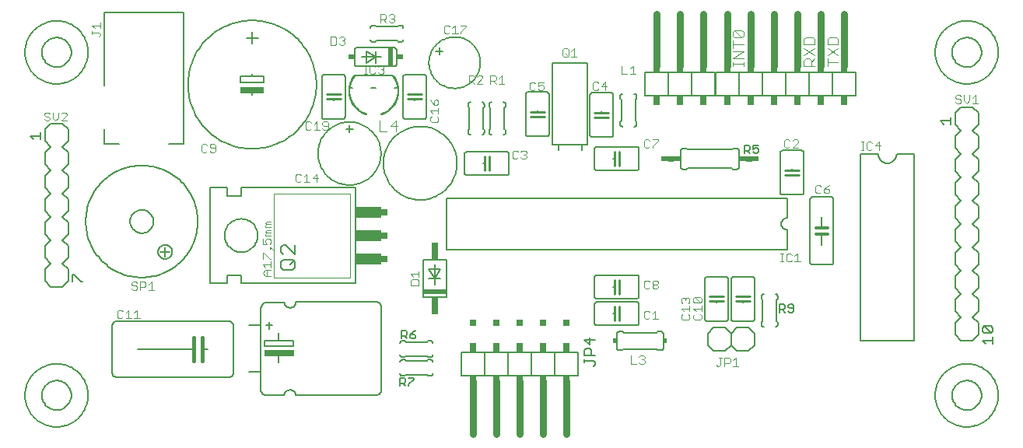
<source format=gto>
G75*
G70*
%OFA0B0*%
%FSLAX24Y24*%
%IPPOS*%
%LPD*%
%AMOC8*
5,1,8,0,0,1.08239X$1,22.5*
%
%ADD10C,0.0040*%
%ADD11C,0.0060*%
%ADD12C,0.0240*%
%ADD13R,0.0340X0.0240*%
%ADD14C,0.0050*%
%ADD15C,0.0100*%
%ADD16R,0.1000X0.0200*%
%ADD17R,0.0300X0.0750*%
%ADD18R,0.0150X0.0200*%
%ADD19C,0.0010*%
%ADD20C,0.0030*%
%ADD21C,0.0300*%
%ADD22R,0.0300X0.0200*%
%ADD23R,0.0300X0.0400*%
%ADD24C,0.0080*%
%ADD25R,0.1000X0.0250*%
%ADD26R,0.0200X0.0800*%
%ADD27R,0.0250X0.0200*%
%ADD28C,0.0120*%
%ADD29C,0.0160*%
%ADD30C,0.0020*%
%ADD31C,0.0070*%
%ADD32R,0.0250X0.0300*%
%ADD33R,0.1100X0.0500*%
%ADD34R,0.1250X0.0250*%
%ADD35R,0.0300X0.0300*%
D10*
X004544Y005720D02*
X004662Y005720D01*
X004721Y005779D01*
X004848Y005720D02*
X005084Y005720D01*
X004966Y005720D02*
X004966Y006074D01*
X004848Y005956D01*
X004721Y006015D02*
X004662Y006074D01*
X004544Y006074D01*
X004485Y006015D01*
X004485Y005779D01*
X004544Y005720D01*
X005210Y005720D02*
X005446Y005720D01*
X005328Y005720D02*
X005328Y006074D01*
X005210Y005956D01*
X005164Y006940D02*
X005105Y006999D01*
X005164Y006940D02*
X005282Y006940D01*
X005341Y006999D01*
X005341Y007058D01*
X005282Y007117D01*
X005164Y007117D01*
X005105Y007176D01*
X005105Y007235D01*
X005164Y007294D01*
X005282Y007294D01*
X005341Y007235D01*
X005468Y007294D02*
X005468Y006940D01*
X005468Y007058D02*
X005645Y007058D01*
X005704Y007117D01*
X005704Y007235D01*
X005645Y007294D01*
X005468Y007294D01*
X005830Y007176D02*
X005948Y007294D01*
X005948Y006940D01*
X005830Y006940D02*
X006066Y006940D01*
X010715Y007660D02*
X010835Y007780D01*
X011075Y007780D01*
X011075Y007909D02*
X011075Y008149D01*
X011075Y008029D02*
X010715Y008029D01*
X010835Y007909D01*
X010895Y007780D02*
X010895Y007540D01*
X010835Y007540D02*
X010715Y007660D01*
X010835Y007540D02*
X011075Y007540D01*
X011075Y008277D02*
X011015Y008277D01*
X010775Y008517D01*
X010715Y008517D01*
X010715Y008277D01*
X011015Y008705D02*
X011075Y008705D01*
X011075Y008765D01*
X011015Y008765D01*
X011015Y008705D01*
X011075Y008765D02*
X011195Y008645D01*
X011015Y008891D02*
X011075Y008951D01*
X011075Y009071D01*
X011015Y009131D01*
X010895Y009131D01*
X010835Y009071D01*
X010835Y009011D01*
X010895Y008891D01*
X010715Y008891D01*
X010715Y009131D01*
X010835Y009259D02*
X010835Y009319D01*
X010895Y009379D01*
X010835Y009439D01*
X010895Y009499D01*
X011075Y009499D01*
X011075Y009379D02*
X010895Y009379D01*
X010835Y009259D02*
X011075Y009259D01*
X011075Y009627D02*
X010835Y009627D01*
X010835Y009687D01*
X010895Y009747D01*
X010835Y009807D01*
X010895Y009868D01*
X011075Y009868D01*
X011075Y009747D02*
X010895Y009747D01*
X012180Y011558D02*
X012298Y011558D01*
X012357Y011617D01*
X012484Y011558D02*
X012720Y011558D01*
X012602Y011558D02*
X012602Y011912D01*
X012484Y011794D01*
X012357Y011853D02*
X012298Y011912D01*
X012180Y011912D01*
X012121Y011853D01*
X012121Y011617D01*
X012180Y011558D01*
X012846Y011735D02*
X013082Y011735D01*
X013023Y011558D02*
X013023Y011912D01*
X012846Y011735D01*
X008685Y012904D02*
X008685Y013140D01*
X008626Y013199D01*
X008508Y013199D01*
X008449Y013140D01*
X008449Y013081D01*
X008508Y013022D01*
X008685Y013022D01*
X008685Y012904D02*
X008626Y012845D01*
X008508Y012845D01*
X008449Y012904D01*
X008322Y012904D02*
X008263Y012845D01*
X008145Y012845D01*
X008086Y012904D01*
X008086Y013140D01*
X008145Y013199D01*
X008263Y013199D01*
X008322Y013140D01*
X012551Y013852D02*
X012610Y013793D01*
X012728Y013793D01*
X012787Y013852D01*
X012913Y013793D02*
X013149Y013793D01*
X013031Y013793D02*
X013031Y014147D01*
X012913Y014029D01*
X012787Y014088D02*
X012728Y014147D01*
X012610Y014147D01*
X012551Y014088D01*
X012551Y013852D01*
X013276Y013852D02*
X013335Y013793D01*
X013453Y013793D01*
X013512Y013852D01*
X013512Y014088D01*
X013453Y014147D01*
X013335Y014147D01*
X013276Y014088D01*
X013276Y014029D01*
X013335Y013970D01*
X013512Y013970D01*
X015727Y013742D02*
X016034Y013742D01*
X016188Y013972D02*
X016494Y013972D01*
X016418Y013742D02*
X016418Y014202D01*
X016188Y013972D01*
X015727Y014202D02*
X015727Y013742D01*
X017889Y014197D02*
X017948Y014138D01*
X018184Y014138D01*
X018243Y014197D01*
X018243Y014315D01*
X018184Y014374D01*
X018243Y014500D02*
X018243Y014736D01*
X018243Y014618D02*
X017889Y014618D01*
X018007Y014500D01*
X017948Y014374D02*
X017889Y014315D01*
X017889Y014197D01*
X018066Y014863D02*
X017948Y014981D01*
X017889Y015099D01*
X018066Y015040D02*
X018066Y014863D01*
X018184Y014863D01*
X018243Y014922D01*
X018243Y015040D01*
X018184Y015099D01*
X018125Y015099D01*
X018066Y015040D01*
X019545Y015777D02*
X019545Y016131D01*
X019722Y016131D01*
X019781Y016072D01*
X019781Y015954D01*
X019722Y015895D01*
X019545Y015895D01*
X019663Y015895D02*
X019781Y015777D01*
X019908Y015777D02*
X020144Y016013D01*
X020144Y016072D01*
X020085Y016131D01*
X019967Y016131D01*
X019908Y016072D01*
X020475Y016125D02*
X020652Y016125D01*
X020711Y016066D01*
X020711Y015948D01*
X020652Y015889D01*
X020475Y015889D01*
X020475Y015771D02*
X020475Y016125D01*
X020593Y015889D02*
X020711Y015771D01*
X020837Y015771D02*
X021073Y015771D01*
X020955Y015771D02*
X020955Y016125D01*
X020837Y016007D01*
X020144Y015777D02*
X019908Y015777D01*
X022155Y015785D02*
X022155Y015549D01*
X022214Y015490D01*
X022332Y015490D01*
X022391Y015549D01*
X022518Y015549D02*
X022577Y015490D01*
X022695Y015490D01*
X022754Y015549D01*
X022754Y015667D01*
X022695Y015726D01*
X022636Y015726D01*
X022518Y015667D01*
X022518Y015844D01*
X022754Y015844D01*
X022391Y015785D02*
X022332Y015844D01*
X022214Y015844D01*
X022155Y015785D01*
X024868Y015793D02*
X024868Y015557D01*
X024927Y015498D01*
X025045Y015498D01*
X025104Y015557D01*
X025230Y015675D02*
X025466Y015675D01*
X025407Y015498D02*
X025407Y015852D01*
X025230Y015675D01*
X025104Y015793D02*
X025045Y015852D01*
X024927Y015852D01*
X024868Y015793D01*
X026107Y016180D02*
X026343Y016180D01*
X026470Y016180D02*
X026706Y016180D01*
X026588Y016180D02*
X026588Y016534D01*
X026470Y016416D01*
X026107Y016534D02*
X026107Y016180D01*
X030855Y016540D02*
X030855Y016694D01*
X030855Y016617D02*
X031315Y016617D01*
X031315Y016540D02*
X031315Y016694D01*
X031315Y016847D02*
X030855Y016847D01*
X031315Y017154D01*
X030855Y017154D01*
X030855Y017308D02*
X030855Y017614D01*
X030855Y017461D02*
X031315Y017461D01*
X031238Y017768D02*
X030931Y018075D01*
X031238Y018075D01*
X031315Y017998D01*
X031315Y017845D01*
X031238Y017768D01*
X030931Y017768D01*
X030855Y017845D01*
X030855Y017998D01*
X030931Y018075D01*
X033905Y017691D02*
X033905Y017461D01*
X034365Y017461D01*
X034365Y017691D01*
X034288Y017768D01*
X033981Y017768D01*
X033905Y017691D01*
X033905Y017308D02*
X034365Y017001D01*
X034365Y016847D02*
X034212Y016694D01*
X034212Y016770D02*
X034212Y016540D01*
X034365Y016540D02*
X033905Y016540D01*
X033905Y016770D01*
X033981Y016847D01*
X034135Y016847D01*
X034212Y016770D01*
X033905Y017001D02*
X034365Y017308D01*
X034915Y017308D02*
X035375Y017001D01*
X035375Y017308D02*
X034915Y017001D01*
X034915Y016847D02*
X034915Y016540D01*
X034915Y016694D02*
X035375Y016694D01*
X035375Y017461D02*
X034915Y017461D01*
X034915Y017691D01*
X034991Y017768D01*
X035298Y017768D01*
X035375Y017691D01*
X035375Y017461D01*
X040405Y015235D02*
X040405Y015176D01*
X040464Y015117D01*
X040582Y015117D01*
X040641Y015058D01*
X040641Y014999D01*
X040582Y014940D01*
X040464Y014940D01*
X040405Y014999D01*
X040405Y015235D02*
X040464Y015294D01*
X040582Y015294D01*
X040641Y015235D01*
X040768Y015294D02*
X040768Y015058D01*
X040886Y014940D01*
X041004Y015058D01*
X041004Y015294D01*
X041130Y015176D02*
X041248Y015294D01*
X041248Y014940D01*
X041130Y014940D02*
X041366Y014940D01*
X037136Y013294D02*
X036959Y013117D01*
X037195Y013117D01*
X037136Y012940D02*
X037136Y013294D01*
X036833Y013235D02*
X036774Y013294D01*
X036656Y013294D01*
X036597Y013235D01*
X036597Y012999D01*
X036656Y012940D01*
X036774Y012940D01*
X036833Y012999D01*
X036473Y012940D02*
X036355Y012940D01*
X036414Y012940D02*
X036414Y013294D01*
X036355Y013294D02*
X036473Y013294D01*
X033663Y013271D02*
X033663Y013330D01*
X033604Y013389D01*
X033486Y013389D01*
X033427Y013330D01*
X033301Y013330D02*
X033242Y013389D01*
X033124Y013389D01*
X033065Y013330D01*
X033065Y013094D01*
X033124Y013035D01*
X033242Y013035D01*
X033301Y013094D01*
X033427Y013035D02*
X033663Y013271D01*
X033663Y013035D02*
X033427Y013035D01*
X034464Y011434D02*
X034405Y011375D01*
X034405Y011139D01*
X034464Y011080D01*
X034582Y011080D01*
X034641Y011139D01*
X034768Y011139D02*
X034768Y011257D01*
X034945Y011257D01*
X035004Y011198D01*
X035004Y011139D01*
X034945Y011080D01*
X034827Y011080D01*
X034768Y011139D01*
X034768Y011257D02*
X034886Y011375D01*
X035004Y011434D01*
X034641Y011375D02*
X034582Y011434D01*
X034464Y011434D01*
X033627Y008504D02*
X033627Y008150D01*
X033509Y008150D02*
X033745Y008150D01*
X033383Y008209D02*
X033324Y008150D01*
X033206Y008150D01*
X033147Y008209D01*
X033147Y008445D01*
X033206Y008504D01*
X033324Y008504D01*
X033383Y008445D01*
X033509Y008386D02*
X033627Y008504D01*
X033023Y008504D02*
X032905Y008504D01*
X032964Y008504D02*
X032964Y008150D01*
X032905Y008150D02*
X033023Y008150D01*
X029515Y006562D02*
X029515Y006444D01*
X029456Y006385D01*
X029220Y006621D01*
X029456Y006621D01*
X029515Y006562D01*
X029456Y006385D02*
X029220Y006385D01*
X029161Y006444D01*
X029161Y006562D01*
X029220Y006621D01*
X029005Y006552D02*
X029005Y006434D01*
X028946Y006375D01*
X029005Y006249D02*
X029005Y006013D01*
X029005Y006131D02*
X028651Y006131D01*
X028769Y006013D01*
X028710Y005886D02*
X028651Y005827D01*
X028651Y005709D01*
X028710Y005650D01*
X028946Y005650D01*
X029005Y005709D01*
X029005Y005827D01*
X028946Y005886D01*
X029161Y005837D02*
X029161Y005719D01*
X029220Y005660D01*
X029456Y005660D01*
X029515Y005719D01*
X029515Y005837D01*
X029456Y005896D01*
X029515Y006023D02*
X029515Y006259D01*
X029515Y006141D02*
X029161Y006141D01*
X029279Y006023D01*
X029220Y005896D02*
X029161Y005837D01*
X028710Y006375D02*
X028651Y006434D01*
X028651Y006552D01*
X028710Y006611D01*
X028769Y006611D01*
X028828Y006552D01*
X028887Y006611D01*
X028946Y006611D01*
X029005Y006552D01*
X028828Y006552D02*
X028828Y006493D01*
X027654Y007049D02*
X027595Y006990D01*
X027477Y006990D01*
X027418Y007049D01*
X027418Y007108D01*
X027477Y007167D01*
X027595Y007167D01*
X027654Y007108D01*
X027654Y007049D01*
X027595Y007167D02*
X027654Y007226D01*
X027654Y007285D01*
X027595Y007344D01*
X027477Y007344D01*
X027418Y007285D01*
X027418Y007226D01*
X027477Y007167D01*
X027291Y007049D02*
X027232Y006990D01*
X027114Y006990D01*
X027055Y007049D01*
X027055Y007285D01*
X027114Y007344D01*
X027232Y007344D01*
X027291Y007285D01*
X027232Y006044D02*
X027114Y006044D01*
X027055Y005985D01*
X027055Y005749D01*
X027114Y005690D01*
X027232Y005690D01*
X027291Y005749D01*
X027418Y005690D02*
X027654Y005690D01*
X027536Y005690D02*
X027536Y006044D01*
X027418Y005926D01*
X027291Y005985D02*
X027232Y006044D01*
X027020Y004131D02*
X026902Y004131D01*
X026843Y004072D01*
X026961Y003954D02*
X027020Y003954D01*
X027079Y003895D01*
X027079Y003836D01*
X027020Y003777D01*
X026902Y003777D01*
X026843Y003836D01*
X026716Y003777D02*
X026480Y003777D01*
X026480Y004131D01*
X027020Y004131D02*
X027079Y004072D01*
X027079Y004013D01*
X027020Y003954D01*
X030148Y003736D02*
X030207Y003677D01*
X030266Y003677D01*
X030325Y003736D01*
X030325Y004031D01*
X030266Y004031D02*
X030384Y004031D01*
X030510Y004031D02*
X030687Y004031D01*
X030746Y003972D01*
X030746Y003854D01*
X030687Y003795D01*
X030510Y003795D01*
X030510Y003677D02*
X030510Y004031D01*
X030873Y003913D02*
X030991Y004031D01*
X030991Y003677D01*
X030873Y003677D02*
X031109Y003677D01*
X017408Y007143D02*
X017408Y007320D01*
X017349Y007379D01*
X017113Y007379D01*
X017054Y007320D01*
X017054Y007143D01*
X017408Y007143D01*
X017408Y007505D02*
X017408Y007741D01*
X017408Y007623D02*
X017054Y007623D01*
X017172Y007505D01*
X021473Y012558D02*
X021591Y012558D01*
X021650Y012617D01*
X021777Y012617D02*
X021836Y012558D01*
X021954Y012558D01*
X022013Y012617D01*
X022013Y012676D01*
X021954Y012735D01*
X021895Y012735D01*
X021954Y012735D02*
X022013Y012794D01*
X022013Y012853D01*
X021954Y012912D01*
X021836Y012912D01*
X021777Y012853D01*
X021650Y012853D02*
X021591Y012912D01*
X021473Y012912D01*
X021414Y012853D01*
X021414Y012617D01*
X021473Y012558D01*
X027055Y013099D02*
X027114Y013040D01*
X027232Y013040D01*
X027291Y013099D01*
X027418Y013099D02*
X027418Y013040D01*
X027418Y013099D02*
X027654Y013335D01*
X027654Y013394D01*
X027418Y013394D01*
X027291Y013335D02*
X027232Y013394D01*
X027114Y013394D01*
X027055Y013335D01*
X027055Y013099D01*
X019440Y018217D02*
X019204Y017981D01*
X019204Y017922D01*
X019078Y017922D02*
X018842Y017922D01*
X018960Y017922D02*
X018960Y018276D01*
X018842Y018158D01*
X018715Y018217D02*
X018656Y018276D01*
X018538Y018276D01*
X018479Y018217D01*
X018479Y017981D01*
X018538Y017922D01*
X018656Y017922D01*
X018715Y017981D01*
X019204Y018276D02*
X019440Y018276D01*
X019440Y018217D01*
X016358Y018459D02*
X016299Y018400D01*
X016183Y018400D01*
X016124Y018459D01*
X015999Y018400D02*
X015882Y018517D01*
X015940Y018517D02*
X015765Y018517D01*
X015765Y018400D02*
X015765Y018751D01*
X015940Y018751D01*
X015999Y018692D01*
X015999Y018575D01*
X015940Y018517D01*
X016124Y018692D02*
X016183Y018751D01*
X016299Y018751D01*
X016358Y018692D01*
X016358Y018634D01*
X016299Y018575D01*
X016358Y018517D01*
X016358Y018459D01*
X016299Y018575D02*
X016241Y018575D01*
X014234Y017735D02*
X014234Y017676D01*
X014175Y017617D01*
X014234Y017558D01*
X014234Y017499D01*
X014175Y017440D01*
X014057Y017440D01*
X013998Y017499D01*
X013871Y017499D02*
X013871Y017735D01*
X013812Y017794D01*
X013635Y017794D01*
X013635Y017440D01*
X013812Y017440D01*
X013871Y017499D01*
X014116Y017617D02*
X014175Y017617D01*
X014234Y017735D02*
X014175Y017794D01*
X014057Y017794D01*
X013998Y017735D01*
X015064Y016566D02*
X015182Y016566D01*
X015123Y016566D02*
X015123Y016212D01*
X015064Y016212D02*
X015182Y016212D01*
X015306Y016271D02*
X015365Y016212D01*
X015483Y016212D01*
X015542Y016271D01*
X015669Y016271D02*
X015728Y016212D01*
X015846Y016212D01*
X015905Y016271D01*
X015905Y016330D01*
X015846Y016389D01*
X015787Y016389D01*
X015846Y016389D02*
X015905Y016448D01*
X015905Y016507D01*
X015846Y016566D01*
X015728Y016566D01*
X015669Y016507D01*
X015542Y016507D02*
X015483Y016566D01*
X015365Y016566D01*
X015306Y016507D01*
X015306Y016271D01*
X002316Y014485D02*
X002316Y014426D01*
X002080Y014190D01*
X002316Y014190D01*
X001954Y014308D02*
X001954Y014544D01*
X002080Y014485D02*
X002139Y014544D01*
X002257Y014544D01*
X002316Y014485D01*
X001954Y014308D02*
X001836Y014190D01*
X001718Y014308D01*
X001718Y014544D01*
X001591Y014485D02*
X001532Y014544D01*
X001414Y014544D01*
X001355Y014485D01*
X001355Y014426D01*
X001414Y014367D01*
X001532Y014367D01*
X001591Y014308D01*
X001591Y014249D01*
X001532Y014190D01*
X001414Y014190D01*
X001355Y014249D01*
D11*
X001635Y014070D02*
X001385Y013820D01*
X001385Y013320D01*
X001635Y013070D01*
X001385Y012820D01*
X001385Y012320D01*
X001635Y012070D01*
X001385Y011820D01*
X001385Y011320D01*
X001635Y011070D01*
X001385Y010820D01*
X001385Y010320D01*
X001635Y010070D01*
X001385Y009820D01*
X001385Y009320D01*
X001635Y009070D01*
X001385Y008820D01*
X001385Y008320D01*
X001635Y008070D01*
X001385Y007820D01*
X001385Y007320D01*
X001635Y007070D01*
X002135Y007070D01*
X002385Y007320D01*
X002385Y007820D01*
X002135Y008070D01*
X002385Y008320D01*
X002385Y008820D01*
X002135Y009070D01*
X002385Y009320D01*
X002385Y009820D01*
X002135Y010070D01*
X002385Y010320D01*
X002385Y010820D01*
X002135Y011070D01*
X002385Y011320D01*
X002385Y011820D01*
X002135Y012070D01*
X002385Y012320D01*
X002385Y012820D01*
X002135Y013070D01*
X002385Y013320D01*
X002385Y013820D01*
X002135Y014070D01*
X001635Y014070D01*
X000535Y017120D02*
X000537Y017193D01*
X000543Y017266D01*
X000553Y017338D01*
X000567Y017410D01*
X000584Y017481D01*
X000606Y017551D01*
X000631Y017620D01*
X000660Y017687D01*
X000692Y017752D01*
X000728Y017816D01*
X000768Y017878D01*
X000810Y017937D01*
X000856Y017994D01*
X000905Y018048D01*
X000957Y018100D01*
X001011Y018149D01*
X001068Y018195D01*
X001127Y018237D01*
X001189Y018277D01*
X001253Y018313D01*
X001318Y018345D01*
X001385Y018374D01*
X001454Y018399D01*
X001524Y018421D01*
X001595Y018438D01*
X001667Y018452D01*
X001739Y018462D01*
X001812Y018468D01*
X001885Y018470D01*
X001958Y018468D01*
X002031Y018462D01*
X002103Y018452D01*
X002175Y018438D01*
X002246Y018421D01*
X002316Y018399D01*
X002385Y018374D01*
X002452Y018345D01*
X002517Y018313D01*
X002581Y018277D01*
X002643Y018237D01*
X002702Y018195D01*
X002759Y018149D01*
X002813Y018100D01*
X002865Y018048D01*
X002914Y017994D01*
X002960Y017937D01*
X003002Y017878D01*
X003042Y017816D01*
X003078Y017752D01*
X003110Y017687D01*
X003139Y017620D01*
X003164Y017551D01*
X003186Y017481D01*
X003203Y017410D01*
X003217Y017338D01*
X003227Y017266D01*
X003233Y017193D01*
X003235Y017120D01*
X003233Y017047D01*
X003227Y016974D01*
X003217Y016902D01*
X003203Y016830D01*
X003186Y016759D01*
X003164Y016689D01*
X003139Y016620D01*
X003110Y016553D01*
X003078Y016488D01*
X003042Y016424D01*
X003002Y016362D01*
X002960Y016303D01*
X002914Y016246D01*
X002865Y016192D01*
X002813Y016140D01*
X002759Y016091D01*
X002702Y016045D01*
X002643Y016003D01*
X002581Y015963D01*
X002517Y015927D01*
X002452Y015895D01*
X002385Y015866D01*
X002316Y015841D01*
X002246Y015819D01*
X002175Y015802D01*
X002103Y015788D01*
X002031Y015778D01*
X001958Y015772D01*
X001885Y015770D01*
X001812Y015772D01*
X001739Y015778D01*
X001667Y015788D01*
X001595Y015802D01*
X001524Y015819D01*
X001454Y015841D01*
X001385Y015866D01*
X001318Y015895D01*
X001253Y015927D01*
X001189Y015963D01*
X001127Y016003D01*
X001068Y016045D01*
X001011Y016091D01*
X000957Y016140D01*
X000905Y016192D01*
X000856Y016246D01*
X000810Y016303D01*
X000768Y016362D01*
X000728Y016424D01*
X000692Y016488D01*
X000660Y016553D01*
X000631Y016620D01*
X000606Y016689D01*
X000584Y016759D01*
X000567Y016830D01*
X000553Y016902D01*
X000543Y016974D01*
X000537Y017047D01*
X000535Y017120D01*
X009767Y016087D02*
X009767Y015837D01*
X010767Y015837D01*
X010767Y016087D01*
X010267Y016087D01*
X009767Y016087D01*
X010267Y016087D02*
X010267Y016187D01*
X007517Y015737D02*
X007520Y015872D01*
X007530Y016007D01*
X007547Y016141D01*
X007570Y016273D01*
X007599Y016405D01*
X007635Y016535D01*
X007678Y016663D01*
X007726Y016789D01*
X007781Y016913D01*
X007842Y017033D01*
X007908Y017151D01*
X007980Y017265D01*
X008058Y017375D01*
X008141Y017482D01*
X008229Y017584D01*
X008322Y017682D01*
X008420Y017775D01*
X008522Y017863D01*
X008629Y017946D01*
X008739Y018024D01*
X008853Y018096D01*
X008971Y018162D01*
X009091Y018223D01*
X009215Y018278D01*
X009341Y018326D01*
X009469Y018369D01*
X009599Y018405D01*
X009731Y018434D01*
X009863Y018457D01*
X009997Y018474D01*
X010132Y018484D01*
X010267Y018487D01*
X010402Y018484D01*
X010537Y018474D01*
X010671Y018457D01*
X010803Y018434D01*
X010935Y018405D01*
X011065Y018369D01*
X011193Y018326D01*
X011319Y018278D01*
X011443Y018223D01*
X011563Y018162D01*
X011681Y018096D01*
X011795Y018024D01*
X011905Y017946D01*
X012012Y017863D01*
X012114Y017775D01*
X012212Y017682D01*
X012305Y017584D01*
X012393Y017482D01*
X012476Y017375D01*
X012554Y017265D01*
X012626Y017151D01*
X012692Y017033D01*
X012753Y016913D01*
X012808Y016789D01*
X012856Y016663D01*
X012899Y016535D01*
X012935Y016405D01*
X012964Y016273D01*
X012987Y016141D01*
X013004Y016007D01*
X013014Y015872D01*
X013017Y015737D01*
X013014Y015602D01*
X013004Y015467D01*
X012987Y015333D01*
X012964Y015201D01*
X012935Y015069D01*
X012899Y014939D01*
X012856Y014811D01*
X012808Y014685D01*
X012753Y014561D01*
X012692Y014441D01*
X012626Y014323D01*
X012554Y014209D01*
X012476Y014099D01*
X012393Y013992D01*
X012305Y013890D01*
X012212Y013792D01*
X012114Y013699D01*
X012012Y013611D01*
X011905Y013528D01*
X011795Y013450D01*
X011681Y013378D01*
X011563Y013312D01*
X011443Y013251D01*
X011319Y013196D01*
X011193Y013148D01*
X011065Y013105D01*
X010935Y013069D01*
X010803Y013040D01*
X010671Y013017D01*
X010537Y013000D01*
X010402Y012990D01*
X010267Y012987D01*
X010132Y012990D01*
X009997Y013000D01*
X009863Y013017D01*
X009731Y013040D01*
X009599Y013069D01*
X009469Y013105D01*
X009341Y013148D01*
X009215Y013196D01*
X009091Y013251D01*
X008971Y013312D01*
X008853Y013378D01*
X008739Y013450D01*
X008629Y013528D01*
X008522Y013611D01*
X008420Y013699D01*
X008322Y013792D01*
X008229Y013890D01*
X008141Y013992D01*
X008058Y014099D01*
X007980Y014209D01*
X007908Y014323D01*
X007842Y014441D01*
X007781Y014561D01*
X007726Y014685D01*
X007678Y014811D01*
X007635Y014939D01*
X007599Y015069D01*
X007570Y015201D01*
X007547Y015333D01*
X007530Y015467D01*
X007520Y015602D01*
X007517Y015737D01*
X010267Y015487D02*
X010267Y015287D01*
X013250Y016063D02*
X013250Y014363D01*
X013252Y014346D01*
X013256Y014329D01*
X013263Y014313D01*
X013273Y014299D01*
X013286Y014286D01*
X013300Y014276D01*
X013316Y014269D01*
X013333Y014265D01*
X013350Y014263D01*
X014150Y014263D01*
X014167Y014265D01*
X014184Y014269D01*
X014200Y014276D01*
X014214Y014286D01*
X014227Y014299D01*
X014237Y014313D01*
X014244Y014329D01*
X014248Y014346D01*
X014250Y014363D01*
X014250Y016063D01*
X014248Y016080D01*
X014244Y016097D01*
X014237Y016113D01*
X014227Y016127D01*
X014214Y016140D01*
X014200Y016150D01*
X014184Y016157D01*
X014167Y016161D01*
X014150Y016163D01*
X013350Y016163D01*
X013333Y016161D01*
X013316Y016157D01*
X013300Y016150D01*
X013286Y016140D01*
X013273Y016127D01*
X013263Y016113D01*
X013256Y016097D01*
X013252Y016080D01*
X013250Y016063D01*
X014416Y015582D02*
X014574Y015582D01*
X013750Y015363D02*
X013750Y015313D01*
X013750Y015113D02*
X013750Y015063D01*
X015348Y015582D02*
X015574Y015582D01*
X016348Y015582D02*
X016506Y015582D01*
X017229Y015365D02*
X017229Y015315D01*
X017229Y015115D02*
X017229Y015065D01*
X016729Y014365D02*
X016731Y014348D01*
X016735Y014331D01*
X016742Y014315D01*
X016752Y014301D01*
X016765Y014288D01*
X016779Y014278D01*
X016795Y014271D01*
X016812Y014267D01*
X016829Y014265D01*
X017629Y014265D01*
X017646Y014267D01*
X017663Y014271D01*
X017679Y014278D01*
X017693Y014288D01*
X017706Y014301D01*
X017716Y014315D01*
X017723Y014331D01*
X017727Y014348D01*
X017729Y014365D01*
X017729Y016065D01*
X017727Y016082D01*
X017723Y016099D01*
X017716Y016115D01*
X017706Y016129D01*
X017693Y016142D01*
X017679Y016152D01*
X017663Y016159D01*
X017646Y016163D01*
X017629Y016165D01*
X016829Y016165D01*
X016812Y016163D01*
X016795Y016159D01*
X016779Y016152D01*
X016765Y016142D01*
X016752Y016129D01*
X016742Y016115D01*
X016735Y016099D01*
X016731Y016082D01*
X016729Y016065D01*
X016729Y014365D01*
X014585Y013833D02*
X014285Y013833D01*
X014435Y013983D02*
X014435Y013683D01*
X013085Y012783D02*
X013087Y012856D01*
X013093Y012929D01*
X013103Y013001D01*
X013117Y013073D01*
X013134Y013144D01*
X013156Y013214D01*
X013181Y013283D01*
X013210Y013350D01*
X013242Y013415D01*
X013278Y013479D01*
X013318Y013541D01*
X013360Y013600D01*
X013406Y013657D01*
X013455Y013711D01*
X013507Y013763D01*
X013561Y013812D01*
X013618Y013858D01*
X013677Y013900D01*
X013739Y013940D01*
X013803Y013976D01*
X013868Y014008D01*
X013935Y014037D01*
X014004Y014062D01*
X014074Y014084D01*
X014145Y014101D01*
X014217Y014115D01*
X014289Y014125D01*
X014362Y014131D01*
X014435Y014133D01*
X014508Y014131D01*
X014581Y014125D01*
X014653Y014115D01*
X014725Y014101D01*
X014796Y014084D01*
X014866Y014062D01*
X014935Y014037D01*
X015002Y014008D01*
X015067Y013976D01*
X015131Y013940D01*
X015193Y013900D01*
X015252Y013858D01*
X015309Y013812D01*
X015363Y013763D01*
X015415Y013711D01*
X015464Y013657D01*
X015510Y013600D01*
X015552Y013541D01*
X015592Y013479D01*
X015628Y013415D01*
X015660Y013350D01*
X015689Y013283D01*
X015714Y013214D01*
X015736Y013144D01*
X015753Y013073D01*
X015767Y013001D01*
X015777Y012929D01*
X015783Y012856D01*
X015785Y012783D01*
X015783Y012710D01*
X015777Y012637D01*
X015767Y012565D01*
X015753Y012493D01*
X015736Y012422D01*
X015714Y012352D01*
X015689Y012283D01*
X015660Y012216D01*
X015628Y012151D01*
X015592Y012087D01*
X015552Y012025D01*
X015510Y011966D01*
X015464Y011909D01*
X015415Y011855D01*
X015363Y011803D01*
X015309Y011754D01*
X015252Y011708D01*
X015193Y011666D01*
X015131Y011626D01*
X015067Y011590D01*
X015002Y011558D01*
X014935Y011529D01*
X014866Y011504D01*
X014796Y011482D01*
X014725Y011465D01*
X014653Y011451D01*
X014581Y011441D01*
X014508Y011435D01*
X014435Y011433D01*
X014362Y011435D01*
X014289Y011441D01*
X014217Y011451D01*
X014145Y011465D01*
X014074Y011482D01*
X014004Y011504D01*
X013935Y011529D01*
X013868Y011558D01*
X013803Y011590D01*
X013739Y011626D01*
X013677Y011666D01*
X013618Y011708D01*
X013561Y011754D01*
X013507Y011803D01*
X013455Y011855D01*
X013406Y011909D01*
X013360Y011966D01*
X013318Y012025D01*
X013278Y012087D01*
X013242Y012151D01*
X013210Y012216D01*
X013181Y012283D01*
X013156Y012352D01*
X013134Y012422D01*
X013117Y012493D01*
X013103Y012565D01*
X013093Y012637D01*
X013087Y012710D01*
X013085Y012783D01*
X014695Y011320D02*
X009795Y011320D01*
X009795Y010970D01*
X009195Y010970D01*
X009195Y011320D01*
X008445Y011320D01*
X008445Y007220D01*
X009195Y007220D01*
X009195Y007570D01*
X009795Y007570D01*
X009795Y007220D01*
X014695Y007220D01*
X014695Y011320D01*
X018585Y010870D02*
X018585Y008670D01*
X033185Y008670D01*
X033185Y009520D01*
X033155Y009522D01*
X033125Y009527D01*
X033096Y009536D01*
X033069Y009549D01*
X033043Y009564D01*
X033019Y009583D01*
X032998Y009604D01*
X032979Y009628D01*
X032964Y009654D01*
X032951Y009681D01*
X032942Y009710D01*
X032937Y009740D01*
X032935Y009770D01*
X032937Y009800D01*
X032942Y009830D01*
X032951Y009859D01*
X032964Y009886D01*
X032979Y009912D01*
X032998Y009936D01*
X033019Y009957D01*
X033043Y009976D01*
X033069Y009991D01*
X033096Y010004D01*
X033125Y010013D01*
X033155Y010018D01*
X033185Y010020D01*
X033185Y010870D01*
X018585Y010870D01*
X019464Y011858D02*
X021164Y011858D01*
X021181Y011860D01*
X021198Y011864D01*
X021214Y011871D01*
X021228Y011881D01*
X021241Y011894D01*
X021251Y011908D01*
X021258Y011924D01*
X021262Y011941D01*
X021264Y011958D01*
X021264Y012758D01*
X021262Y012775D01*
X021258Y012792D01*
X021251Y012808D01*
X021241Y012822D01*
X021228Y012835D01*
X021214Y012845D01*
X021198Y012852D01*
X021181Y012856D01*
X021164Y012858D01*
X019464Y012858D01*
X019447Y012856D01*
X019430Y012852D01*
X019414Y012845D01*
X019400Y012835D01*
X019387Y012822D01*
X019377Y012808D01*
X019370Y012792D01*
X019366Y012775D01*
X019364Y012758D01*
X019364Y011958D01*
X019366Y011941D01*
X019370Y011924D01*
X019377Y011908D01*
X019387Y011894D01*
X019400Y011881D01*
X019414Y011871D01*
X019430Y011864D01*
X019447Y011860D01*
X019464Y011858D01*
X020164Y012358D02*
X020214Y012358D01*
X020414Y012358D02*
X020464Y012358D01*
X022085Y013520D02*
X022885Y013520D01*
X022902Y013522D01*
X022919Y013526D01*
X022935Y013533D01*
X022949Y013543D01*
X022962Y013556D01*
X022972Y013570D01*
X022979Y013586D01*
X022983Y013603D01*
X022985Y013620D01*
X022985Y015320D01*
X022983Y015337D01*
X022979Y015354D01*
X022972Y015370D01*
X022962Y015384D01*
X022949Y015397D01*
X022935Y015407D01*
X022919Y015414D01*
X022902Y015418D01*
X022885Y015420D01*
X022085Y015420D01*
X022068Y015418D01*
X022051Y015414D01*
X022035Y015407D01*
X022021Y015397D01*
X022008Y015384D01*
X021998Y015370D01*
X021991Y015354D01*
X021987Y015337D01*
X021985Y015320D01*
X021985Y013620D01*
X021987Y013603D01*
X021991Y013586D01*
X021998Y013570D01*
X022008Y013556D01*
X022021Y013543D01*
X022035Y013533D01*
X022051Y013526D01*
X022068Y013522D01*
X022085Y013520D01*
X021124Y013690D02*
X021124Y013790D01*
X021074Y013840D01*
X021074Y014740D01*
X021124Y014790D01*
X021124Y014890D01*
X021122Y014907D01*
X021118Y014924D01*
X021111Y014940D01*
X021101Y014954D01*
X021088Y014967D01*
X021074Y014977D01*
X021058Y014984D01*
X021041Y014988D01*
X021024Y014990D01*
X020524Y014990D02*
X020507Y014988D01*
X020490Y014984D01*
X020474Y014977D01*
X020460Y014967D01*
X020447Y014954D01*
X020437Y014940D01*
X020430Y014924D01*
X020426Y014907D01*
X020424Y014890D01*
X020424Y014790D01*
X020474Y014740D01*
X020474Y013840D01*
X020424Y013790D01*
X020424Y013690D01*
X020426Y013673D01*
X020430Y013656D01*
X020437Y013640D01*
X020447Y013626D01*
X020460Y013613D01*
X020474Y013603D01*
X020490Y013596D01*
X020507Y013592D01*
X020524Y013590D01*
X020212Y013690D02*
X020212Y013790D01*
X020162Y013840D01*
X020162Y014740D01*
X020212Y014790D01*
X020212Y014890D01*
X020210Y014907D01*
X020206Y014924D01*
X020199Y014940D01*
X020189Y014954D01*
X020176Y014967D01*
X020162Y014977D01*
X020146Y014984D01*
X020129Y014988D01*
X020112Y014990D01*
X019612Y014990D02*
X019595Y014988D01*
X019578Y014984D01*
X019562Y014977D01*
X019548Y014967D01*
X019535Y014954D01*
X019525Y014940D01*
X019518Y014924D01*
X019514Y014907D01*
X019512Y014890D01*
X019512Y014790D01*
X019562Y014740D01*
X019562Y013840D01*
X019512Y013790D01*
X019512Y013690D01*
X019514Y013673D01*
X019518Y013656D01*
X019525Y013640D01*
X019535Y013626D01*
X019548Y013613D01*
X019562Y013603D01*
X019578Y013596D01*
X019595Y013592D01*
X019612Y013590D01*
X020112Y013590D02*
X020129Y013592D01*
X020146Y013596D01*
X020162Y013603D01*
X020176Y013613D01*
X020189Y013626D01*
X020199Y013640D01*
X020206Y013656D01*
X020210Y013673D01*
X020212Y013690D01*
X021024Y013590D02*
X021041Y013592D01*
X021058Y013596D01*
X021074Y013603D01*
X021088Y013613D01*
X021101Y013626D01*
X021111Y013640D01*
X021118Y013656D01*
X021122Y013673D01*
X021124Y013690D01*
X022485Y014320D02*
X022485Y014370D01*
X022485Y014570D02*
X022485Y014620D01*
X024735Y015290D02*
X024735Y013590D01*
X024737Y013573D01*
X024741Y013556D01*
X024748Y013540D01*
X024758Y013526D01*
X024771Y013513D01*
X024785Y013503D01*
X024801Y013496D01*
X024818Y013492D01*
X024835Y013490D01*
X025635Y013490D01*
X025652Y013492D01*
X025669Y013496D01*
X025685Y013503D01*
X025699Y013513D01*
X025712Y013526D01*
X025722Y013540D01*
X025729Y013556D01*
X025733Y013573D01*
X025735Y013590D01*
X025735Y015290D01*
X025733Y015307D01*
X025729Y015324D01*
X025722Y015340D01*
X025712Y015354D01*
X025699Y015367D01*
X025685Y015377D01*
X025669Y015384D01*
X025652Y015388D01*
X025635Y015390D01*
X024835Y015390D01*
X024818Y015388D01*
X024801Y015384D01*
X024785Y015377D01*
X024771Y015367D01*
X024758Y015354D01*
X024748Y015340D01*
X024741Y015324D01*
X024737Y015307D01*
X024735Y015290D01*
X026035Y015242D02*
X026035Y015142D01*
X026085Y015092D01*
X026085Y014192D01*
X026035Y014142D01*
X026035Y014042D01*
X026037Y014025D01*
X026041Y014008D01*
X026048Y013992D01*
X026058Y013978D01*
X026071Y013965D01*
X026085Y013955D01*
X026101Y013948D01*
X026118Y013944D01*
X026135Y013942D01*
X026635Y013942D02*
X026652Y013944D01*
X026669Y013948D01*
X026685Y013955D01*
X026699Y013965D01*
X026712Y013978D01*
X026722Y013992D01*
X026729Y014008D01*
X026733Y014025D01*
X026735Y014042D01*
X026735Y014142D01*
X026685Y014192D01*
X026685Y015092D01*
X026735Y015142D01*
X026735Y015242D01*
X026733Y015259D01*
X026729Y015276D01*
X026722Y015292D01*
X026712Y015306D01*
X026699Y015319D01*
X026685Y015329D01*
X026669Y015336D01*
X026652Y015340D01*
X026635Y015342D01*
X027085Y015270D02*
X027085Y016270D01*
X028085Y016270D01*
X029085Y016270D01*
X030085Y016270D01*
X030085Y015270D01*
X029085Y015270D01*
X029085Y016270D01*
X028085Y016270D02*
X028085Y015270D01*
X029085Y015270D01*
X028085Y015270D02*
X027085Y015270D01*
X026135Y015342D02*
X026118Y015340D01*
X026101Y015336D01*
X026085Y015329D01*
X026071Y015319D01*
X026058Y015306D01*
X026048Y015292D01*
X026041Y015276D01*
X026037Y015259D01*
X026035Y015242D01*
X025235Y014590D02*
X025235Y014540D01*
X025235Y014340D02*
X025235Y014290D01*
X025035Y013070D02*
X026735Y013070D01*
X026752Y013068D01*
X026769Y013064D01*
X026785Y013057D01*
X026799Y013047D01*
X026812Y013034D01*
X026822Y013020D01*
X026829Y013004D01*
X026833Y012987D01*
X026835Y012970D01*
X026835Y012170D01*
X026833Y012153D01*
X026829Y012136D01*
X026822Y012120D01*
X026812Y012106D01*
X026799Y012093D01*
X026785Y012083D01*
X026769Y012076D01*
X026752Y012072D01*
X026735Y012070D01*
X025035Y012070D01*
X025018Y012072D01*
X025001Y012076D01*
X024985Y012083D01*
X024971Y012093D01*
X024958Y012106D01*
X024948Y012120D01*
X024941Y012136D01*
X024937Y012153D01*
X024935Y012170D01*
X024935Y012970D01*
X024937Y012987D01*
X024941Y013004D01*
X024948Y013020D01*
X024958Y013034D01*
X024971Y013047D01*
X024985Y013057D01*
X025001Y013064D01*
X025018Y013068D01*
X025035Y013070D01*
X025735Y012570D02*
X025785Y012570D01*
X025985Y012570D02*
X026035Y012570D01*
X028627Y012912D02*
X028627Y012212D01*
X028629Y012195D01*
X028633Y012178D01*
X028640Y012162D01*
X028650Y012148D01*
X028663Y012135D01*
X028677Y012125D01*
X028693Y012118D01*
X028710Y012114D01*
X028727Y012112D01*
X028877Y012112D01*
X028927Y012162D01*
X030827Y012162D01*
X030877Y012112D01*
X031027Y012112D01*
X031044Y012114D01*
X031061Y012118D01*
X031077Y012125D01*
X031091Y012135D01*
X031104Y012148D01*
X031114Y012162D01*
X031121Y012178D01*
X031125Y012195D01*
X031127Y012212D01*
X031127Y012912D01*
X031125Y012929D01*
X031121Y012946D01*
X031114Y012962D01*
X031104Y012976D01*
X031091Y012989D01*
X031077Y012999D01*
X031061Y013006D01*
X031044Y013010D01*
X031027Y013012D01*
X030877Y013012D01*
X030827Y012962D01*
X028927Y012962D01*
X028877Y013012D01*
X028727Y013012D01*
X028710Y013010D01*
X028693Y013006D01*
X028677Y012999D01*
X028663Y012989D01*
X028650Y012976D01*
X028640Y012962D01*
X028633Y012946D01*
X028629Y012929D01*
X028627Y012912D01*
X032895Y012815D02*
X032895Y011115D01*
X032897Y011098D01*
X032901Y011081D01*
X032908Y011065D01*
X032918Y011051D01*
X032931Y011038D01*
X032945Y011028D01*
X032961Y011021D01*
X032978Y011017D01*
X032995Y011015D01*
X033795Y011015D01*
X033812Y011017D01*
X033829Y011021D01*
X033845Y011028D01*
X033859Y011038D01*
X033872Y011051D01*
X033882Y011065D01*
X033889Y011081D01*
X033893Y011098D01*
X033895Y011115D01*
X033895Y012815D01*
X033893Y012832D01*
X033889Y012849D01*
X033882Y012865D01*
X033872Y012879D01*
X033859Y012892D01*
X033845Y012902D01*
X033829Y012909D01*
X033812Y012913D01*
X033795Y012915D01*
X032995Y012915D01*
X032978Y012913D01*
X032961Y012909D01*
X032945Y012902D01*
X032931Y012892D01*
X032918Y012879D01*
X032908Y012865D01*
X032901Y012849D01*
X032897Y012832D01*
X032895Y012815D01*
X033395Y012115D02*
X033395Y012065D01*
X033395Y011865D02*
X033395Y011815D01*
X034275Y010920D02*
X035075Y010920D01*
X035092Y010918D01*
X035109Y010914D01*
X035125Y010907D01*
X035139Y010897D01*
X035152Y010884D01*
X035162Y010870D01*
X035169Y010854D01*
X035173Y010837D01*
X035175Y010820D01*
X035175Y008120D01*
X035173Y008103D01*
X035169Y008086D01*
X035162Y008070D01*
X035152Y008056D01*
X035139Y008043D01*
X035125Y008033D01*
X035109Y008026D01*
X035092Y008022D01*
X035075Y008020D01*
X034275Y008020D01*
X034258Y008022D01*
X034241Y008026D01*
X034225Y008033D01*
X034211Y008043D01*
X034198Y008056D01*
X034188Y008070D01*
X034181Y008086D01*
X034177Y008103D01*
X034175Y008120D01*
X034175Y010820D01*
X034177Y010837D01*
X034181Y010854D01*
X034188Y010870D01*
X034198Y010884D01*
X034211Y010897D01*
X034225Y010907D01*
X034241Y010914D01*
X034258Y010918D01*
X034275Y010920D01*
X034675Y010070D02*
X034675Y009590D01*
X034675Y009340D02*
X034675Y008870D01*
X031685Y007500D02*
X030885Y007500D01*
X030868Y007498D01*
X030851Y007494D01*
X030835Y007487D01*
X030821Y007477D01*
X030808Y007464D01*
X030798Y007450D01*
X030791Y007434D01*
X030787Y007417D01*
X030785Y007400D01*
X030785Y005700D01*
X030787Y005683D01*
X030791Y005666D01*
X030798Y005650D01*
X030808Y005636D01*
X030821Y005623D01*
X030835Y005613D01*
X030851Y005606D01*
X030868Y005602D01*
X030885Y005600D01*
X031685Y005600D01*
X031702Y005602D01*
X031719Y005606D01*
X031735Y005613D01*
X031749Y005623D01*
X031762Y005636D01*
X031772Y005650D01*
X031779Y005666D01*
X031783Y005683D01*
X031785Y005700D01*
X031785Y007400D01*
X031783Y007417D01*
X031779Y007434D01*
X031772Y007450D01*
X031762Y007464D01*
X031749Y007477D01*
X031735Y007487D01*
X031719Y007494D01*
X031702Y007498D01*
X031685Y007500D01*
X030665Y007400D02*
X030665Y005700D01*
X030663Y005683D01*
X030659Y005666D01*
X030652Y005650D01*
X030642Y005636D01*
X030629Y005623D01*
X030615Y005613D01*
X030599Y005606D01*
X030582Y005602D01*
X030565Y005600D01*
X029765Y005600D01*
X029748Y005602D01*
X029731Y005606D01*
X029715Y005613D01*
X029701Y005623D01*
X029688Y005636D01*
X029678Y005650D01*
X029671Y005666D01*
X029667Y005683D01*
X029665Y005700D01*
X029665Y007400D01*
X029667Y007417D01*
X029671Y007434D01*
X029678Y007450D01*
X029688Y007464D01*
X029701Y007477D01*
X029715Y007487D01*
X029731Y007494D01*
X029748Y007498D01*
X029765Y007500D01*
X030565Y007500D01*
X030582Y007498D01*
X030599Y007494D01*
X030615Y007487D01*
X030629Y007477D01*
X030642Y007464D01*
X030652Y007450D01*
X030659Y007434D01*
X030663Y007417D01*
X030665Y007400D01*
X030165Y006700D02*
X030165Y006650D01*
X030165Y006450D02*
X030165Y006400D01*
X031285Y006400D02*
X031285Y006450D01*
X031285Y006650D02*
X031285Y006700D01*
X032085Y006660D02*
X032085Y006560D01*
X032135Y006510D01*
X032135Y005610D01*
X032085Y005560D01*
X032085Y005460D01*
X032087Y005443D01*
X032091Y005426D01*
X032098Y005410D01*
X032108Y005396D01*
X032121Y005383D01*
X032135Y005373D01*
X032151Y005366D01*
X032168Y005362D01*
X032185Y005360D01*
X032685Y005360D02*
X032702Y005362D01*
X032719Y005366D01*
X032735Y005373D01*
X032749Y005383D01*
X032762Y005396D01*
X032772Y005410D01*
X032779Y005426D01*
X032783Y005443D01*
X032785Y005460D01*
X032785Y005560D01*
X032735Y005610D01*
X032735Y006510D01*
X032785Y006560D01*
X032785Y006660D01*
X032783Y006677D01*
X032779Y006694D01*
X032772Y006710D01*
X032762Y006724D01*
X032749Y006737D01*
X032735Y006747D01*
X032719Y006754D01*
X032702Y006758D01*
X032685Y006760D01*
X032185Y006760D02*
X032168Y006758D01*
X032151Y006754D01*
X032135Y006747D01*
X032121Y006737D01*
X032108Y006724D01*
X032098Y006710D01*
X032091Y006694D01*
X032087Y006677D01*
X032085Y006660D01*
X031535Y005320D02*
X031035Y005320D01*
X030785Y005070D01*
X030535Y005320D01*
X030035Y005320D01*
X029785Y005070D01*
X029785Y004570D01*
X030035Y004320D01*
X030535Y004320D01*
X030785Y004570D01*
X030785Y005070D01*
X031535Y005320D02*
X031785Y005070D01*
X031785Y004570D01*
X031535Y004320D01*
X031035Y004320D01*
X030785Y004570D01*
X027885Y004450D02*
X027885Y005050D01*
X027883Y005067D01*
X027879Y005084D01*
X027872Y005100D01*
X027862Y005114D01*
X027849Y005127D01*
X027835Y005137D01*
X027819Y005144D01*
X027802Y005148D01*
X027785Y005150D01*
X027635Y005150D01*
X027585Y005100D01*
X026185Y005100D01*
X026135Y005150D01*
X025985Y005150D01*
X025968Y005148D01*
X025951Y005144D01*
X025935Y005137D01*
X025921Y005127D01*
X025908Y005114D01*
X025898Y005100D01*
X025891Y005084D01*
X025887Y005067D01*
X025885Y005050D01*
X025885Y004450D01*
X025887Y004433D01*
X025891Y004416D01*
X025898Y004400D01*
X025908Y004386D01*
X025921Y004373D01*
X025935Y004363D01*
X025951Y004356D01*
X025968Y004352D01*
X025985Y004350D01*
X026135Y004350D01*
X026185Y004400D01*
X027585Y004400D01*
X027635Y004350D01*
X027785Y004350D01*
X027802Y004352D01*
X027819Y004356D01*
X027835Y004363D01*
X027849Y004373D01*
X027862Y004386D01*
X027872Y004400D01*
X027879Y004416D01*
X027883Y004433D01*
X027885Y004450D01*
X026835Y005520D02*
X026835Y006320D01*
X026833Y006337D01*
X026829Y006354D01*
X026822Y006370D01*
X026812Y006384D01*
X026799Y006397D01*
X026785Y006407D01*
X026769Y006414D01*
X026752Y006418D01*
X026735Y006420D01*
X025035Y006420D01*
X025018Y006418D01*
X025001Y006414D01*
X024985Y006407D01*
X024971Y006397D01*
X024958Y006384D01*
X024948Y006370D01*
X024941Y006354D01*
X024937Y006337D01*
X024935Y006320D01*
X024935Y005520D01*
X024937Y005503D01*
X024941Y005486D01*
X024948Y005470D01*
X024958Y005456D01*
X024971Y005443D01*
X024985Y005433D01*
X025001Y005426D01*
X025018Y005422D01*
X025035Y005420D01*
X026735Y005420D01*
X026752Y005422D01*
X026769Y005426D01*
X026785Y005433D01*
X026799Y005443D01*
X026812Y005456D01*
X026822Y005470D01*
X026829Y005486D01*
X026833Y005503D01*
X026835Y005520D01*
X026035Y005920D02*
X025985Y005920D01*
X025785Y005920D02*
X025735Y005920D01*
X025035Y006570D02*
X026735Y006570D01*
X026752Y006572D01*
X026769Y006576D01*
X026785Y006583D01*
X026799Y006593D01*
X026812Y006606D01*
X026822Y006620D01*
X026829Y006636D01*
X026833Y006653D01*
X026835Y006670D01*
X026835Y007470D01*
X026833Y007487D01*
X026829Y007504D01*
X026822Y007520D01*
X026812Y007534D01*
X026799Y007547D01*
X026785Y007557D01*
X026769Y007564D01*
X026752Y007568D01*
X026735Y007570D01*
X025035Y007570D01*
X025018Y007568D01*
X025001Y007564D01*
X024985Y007557D01*
X024971Y007547D01*
X024958Y007534D01*
X024948Y007520D01*
X024941Y007504D01*
X024937Y007487D01*
X024935Y007470D01*
X024935Y006670D01*
X024937Y006653D01*
X024941Y006636D01*
X024948Y006620D01*
X024958Y006606D01*
X024971Y006593D01*
X024985Y006583D01*
X025001Y006576D01*
X025018Y006572D01*
X025035Y006570D01*
X025735Y007070D02*
X025785Y007070D01*
X025985Y007070D02*
X026035Y007070D01*
X024235Y004270D02*
X023235Y004270D01*
X022235Y004270D01*
X021235Y004270D01*
X020235Y004270D01*
X019235Y004270D01*
X019235Y003270D01*
X020235Y003270D01*
X021235Y003270D01*
X022235Y003270D01*
X023235Y003270D01*
X024235Y003270D01*
X024235Y004270D01*
X023235Y004270D02*
X023235Y003270D01*
X022235Y003270D02*
X022235Y004270D01*
X021235Y004270D02*
X021235Y003270D01*
X020235Y003270D02*
X020235Y004270D01*
X018002Y004159D02*
X018000Y004142D01*
X017996Y004125D01*
X017989Y004109D01*
X017979Y004095D01*
X017966Y004082D01*
X017952Y004072D01*
X017936Y004065D01*
X017919Y004061D01*
X017902Y004059D01*
X017802Y004059D01*
X017752Y004109D01*
X016852Y004109D01*
X016802Y004059D01*
X016702Y004059D01*
X016685Y004061D01*
X016668Y004065D01*
X016652Y004072D01*
X016638Y004082D01*
X016625Y004095D01*
X016615Y004109D01*
X016608Y004125D01*
X016604Y004142D01*
X016602Y004159D01*
X016702Y003947D02*
X016802Y003947D01*
X016852Y003897D01*
X017752Y003897D01*
X017802Y003947D01*
X017902Y003947D01*
X017919Y003945D01*
X017936Y003941D01*
X017952Y003934D01*
X017966Y003924D01*
X017979Y003911D01*
X017989Y003897D01*
X017996Y003881D01*
X018000Y003864D01*
X018002Y003847D01*
X018002Y003347D02*
X018000Y003330D01*
X017996Y003313D01*
X017989Y003297D01*
X017979Y003283D01*
X017966Y003270D01*
X017952Y003260D01*
X017936Y003253D01*
X017919Y003249D01*
X017902Y003247D01*
X017802Y003247D01*
X017752Y003297D01*
X016852Y003297D01*
X016802Y003247D01*
X016702Y003247D01*
X016685Y003249D01*
X016668Y003253D01*
X016652Y003260D01*
X016638Y003270D01*
X016625Y003283D01*
X016615Y003297D01*
X016608Y003313D01*
X016604Y003330D01*
X016602Y003347D01*
X016602Y003847D02*
X016604Y003864D01*
X016608Y003881D01*
X016615Y003897D01*
X016625Y003911D01*
X016638Y003924D01*
X016652Y003934D01*
X016668Y003941D01*
X016685Y003945D01*
X016702Y003947D01*
X016602Y004659D02*
X016604Y004676D01*
X016608Y004693D01*
X016615Y004709D01*
X016625Y004723D01*
X016638Y004736D01*
X016652Y004746D01*
X016668Y004753D01*
X016685Y004757D01*
X016702Y004759D01*
X016802Y004759D01*
X016852Y004709D01*
X017752Y004709D01*
X017802Y004759D01*
X017902Y004759D01*
X017919Y004757D01*
X017936Y004753D01*
X017952Y004746D01*
X017966Y004736D01*
X017979Y004723D01*
X017989Y004709D01*
X017996Y004693D01*
X018000Y004676D01*
X018002Y004659D01*
X017578Y006623D02*
X018578Y006623D01*
X018578Y008223D01*
X017578Y008223D01*
X017578Y006623D01*
X018078Y007173D02*
X018078Y007423D01*
X018328Y007423D01*
X018078Y007423D02*
X017828Y007423D01*
X018078Y007423D02*
X017828Y007823D01*
X018328Y007823D01*
X018078Y007423D01*
X018078Y008023D01*
X009085Y009270D02*
X009087Y009323D01*
X009093Y009376D01*
X009103Y009428D01*
X009117Y009479D01*
X009134Y009529D01*
X009155Y009578D01*
X009180Y009625D01*
X009208Y009670D01*
X009240Y009713D01*
X009275Y009753D01*
X009312Y009790D01*
X009352Y009825D01*
X009395Y009857D01*
X009440Y009885D01*
X009487Y009910D01*
X009536Y009931D01*
X009586Y009948D01*
X009637Y009962D01*
X009689Y009972D01*
X009742Y009978D01*
X009795Y009980D01*
X009848Y009978D01*
X009901Y009972D01*
X009953Y009962D01*
X010004Y009948D01*
X010054Y009931D01*
X010103Y009910D01*
X010150Y009885D01*
X010195Y009857D01*
X010238Y009825D01*
X010278Y009790D01*
X010315Y009753D01*
X010350Y009713D01*
X010382Y009670D01*
X010410Y009625D01*
X010435Y009578D01*
X010456Y009529D01*
X010473Y009479D01*
X010487Y009428D01*
X010497Y009376D01*
X010503Y009323D01*
X010505Y009270D01*
X010503Y009217D01*
X010497Y009164D01*
X010487Y009112D01*
X010473Y009061D01*
X010456Y009011D01*
X010435Y008962D01*
X010410Y008915D01*
X010382Y008870D01*
X010350Y008827D01*
X010315Y008787D01*
X010278Y008750D01*
X010238Y008715D01*
X010195Y008683D01*
X010150Y008655D01*
X010103Y008630D01*
X010054Y008609D01*
X010004Y008592D01*
X009953Y008578D01*
X009901Y008568D01*
X009848Y008562D01*
X009795Y008560D01*
X009742Y008562D01*
X009689Y008568D01*
X009637Y008578D01*
X009586Y008592D01*
X009536Y008609D01*
X009487Y008630D01*
X009440Y008655D01*
X009395Y008683D01*
X009352Y008715D01*
X009312Y008750D01*
X009275Y008787D01*
X009240Y008827D01*
X009208Y008870D01*
X009180Y008915D01*
X009155Y008962D01*
X009134Y009011D01*
X009117Y009061D01*
X009103Y009112D01*
X009093Y009164D01*
X009087Y009217D01*
X009085Y009270D01*
X006735Y008570D02*
X006335Y008570D01*
X006235Y008570D02*
X006237Y008604D01*
X006243Y008638D01*
X006252Y008671D01*
X006266Y008702D01*
X006283Y008732D01*
X006303Y008760D01*
X006326Y008785D01*
X006352Y008808D01*
X006380Y008827D01*
X006410Y008843D01*
X006442Y008855D01*
X006475Y008864D01*
X006509Y008869D01*
X006544Y008870D01*
X006578Y008867D01*
X006611Y008860D01*
X006644Y008850D01*
X006675Y008835D01*
X006704Y008818D01*
X006731Y008797D01*
X006756Y008773D01*
X006778Y008746D01*
X006796Y008718D01*
X006811Y008687D01*
X006823Y008655D01*
X006831Y008621D01*
X006835Y008587D01*
X006835Y008553D01*
X006831Y008519D01*
X006823Y008485D01*
X006811Y008453D01*
X006796Y008422D01*
X006778Y008394D01*
X006756Y008367D01*
X006731Y008343D01*
X006704Y008322D01*
X006675Y008305D01*
X006644Y008290D01*
X006611Y008280D01*
X006578Y008273D01*
X006544Y008270D01*
X006509Y008271D01*
X006475Y008276D01*
X006442Y008285D01*
X006410Y008297D01*
X006380Y008313D01*
X006352Y008332D01*
X006326Y008355D01*
X006303Y008380D01*
X006283Y008408D01*
X006266Y008438D01*
X006252Y008469D01*
X006243Y008502D01*
X006237Y008536D01*
X006235Y008570D01*
X006535Y008770D02*
X006535Y008370D01*
X003135Y009870D02*
X003138Y009988D01*
X003147Y010105D01*
X003161Y010222D01*
X003181Y010338D01*
X003207Y010453D01*
X003238Y010567D01*
X003275Y010679D01*
X003318Y010788D01*
X003365Y010896D01*
X003418Y011001D01*
X003476Y011104D01*
X003539Y011203D01*
X003607Y011300D01*
X003680Y011393D01*
X003757Y011482D01*
X003838Y011567D01*
X003923Y011648D01*
X004012Y011725D01*
X004105Y011798D01*
X004202Y011866D01*
X004301Y011929D01*
X004404Y011987D01*
X004509Y012040D01*
X004617Y012087D01*
X004726Y012130D01*
X004838Y012167D01*
X004952Y012198D01*
X005067Y012224D01*
X005183Y012244D01*
X005300Y012258D01*
X005417Y012267D01*
X005535Y012270D01*
X005653Y012267D01*
X005770Y012258D01*
X005887Y012244D01*
X006003Y012224D01*
X006118Y012198D01*
X006232Y012167D01*
X006344Y012130D01*
X006453Y012087D01*
X006561Y012040D01*
X006666Y011987D01*
X006769Y011929D01*
X006868Y011866D01*
X006965Y011798D01*
X007058Y011725D01*
X007147Y011648D01*
X007232Y011567D01*
X007313Y011482D01*
X007390Y011393D01*
X007463Y011300D01*
X007531Y011203D01*
X007594Y011104D01*
X007652Y011001D01*
X007705Y010896D01*
X007752Y010788D01*
X007795Y010679D01*
X007832Y010567D01*
X007863Y010453D01*
X007889Y010338D01*
X007909Y010222D01*
X007923Y010105D01*
X007932Y009988D01*
X007935Y009870D01*
X007932Y009752D01*
X007923Y009635D01*
X007909Y009518D01*
X007889Y009402D01*
X007863Y009287D01*
X007832Y009173D01*
X007795Y009061D01*
X007752Y008952D01*
X007705Y008844D01*
X007652Y008739D01*
X007594Y008636D01*
X007531Y008537D01*
X007463Y008440D01*
X007390Y008347D01*
X007313Y008258D01*
X007232Y008173D01*
X007147Y008092D01*
X007058Y008015D01*
X006965Y007942D01*
X006868Y007874D01*
X006769Y007811D01*
X006666Y007753D01*
X006561Y007700D01*
X006453Y007653D01*
X006344Y007610D01*
X006232Y007573D01*
X006118Y007542D01*
X006003Y007516D01*
X005887Y007496D01*
X005770Y007482D01*
X005653Y007473D01*
X005535Y007470D01*
X005417Y007473D01*
X005300Y007482D01*
X005183Y007496D01*
X005067Y007516D01*
X004952Y007542D01*
X004838Y007573D01*
X004726Y007610D01*
X004617Y007653D01*
X004509Y007700D01*
X004404Y007753D01*
X004301Y007811D01*
X004202Y007874D01*
X004105Y007942D01*
X004012Y008015D01*
X003923Y008092D01*
X003838Y008173D01*
X003757Y008258D01*
X003680Y008347D01*
X003607Y008440D01*
X003539Y008537D01*
X003476Y008636D01*
X003418Y008739D01*
X003365Y008844D01*
X003318Y008952D01*
X003275Y009061D01*
X003238Y009173D01*
X003207Y009287D01*
X003181Y009402D01*
X003161Y009518D01*
X003147Y009635D01*
X003138Y009752D01*
X003135Y009870D01*
X005035Y009870D02*
X005037Y009914D01*
X005043Y009958D01*
X005053Y010001D01*
X005066Y010043D01*
X005083Y010084D01*
X005104Y010123D01*
X005128Y010160D01*
X005155Y010195D01*
X005185Y010227D01*
X005218Y010257D01*
X005254Y010283D01*
X005291Y010307D01*
X005331Y010326D01*
X005372Y010343D01*
X005415Y010355D01*
X005458Y010364D01*
X005502Y010369D01*
X005546Y010370D01*
X005590Y010367D01*
X005634Y010360D01*
X005677Y010349D01*
X005719Y010335D01*
X005759Y010317D01*
X005798Y010295D01*
X005834Y010271D01*
X005868Y010243D01*
X005900Y010212D01*
X005929Y010178D01*
X005955Y010142D01*
X005977Y010104D01*
X005996Y010064D01*
X006011Y010022D01*
X006023Y009980D01*
X006031Y009936D01*
X006035Y009892D01*
X006035Y009848D01*
X006031Y009804D01*
X006023Y009760D01*
X006011Y009718D01*
X005996Y009676D01*
X005977Y009636D01*
X005955Y009598D01*
X005929Y009562D01*
X005900Y009528D01*
X005868Y009497D01*
X005834Y009469D01*
X005798Y009445D01*
X005759Y009423D01*
X005719Y009405D01*
X005677Y009391D01*
X005634Y009380D01*
X005590Y009373D01*
X005546Y009370D01*
X005502Y009371D01*
X005458Y009376D01*
X005415Y009385D01*
X005372Y009397D01*
X005331Y009414D01*
X005291Y009433D01*
X005254Y009457D01*
X005218Y009483D01*
X005185Y009513D01*
X005155Y009545D01*
X005128Y009580D01*
X005104Y009617D01*
X005083Y009656D01*
X005066Y009697D01*
X005053Y009739D01*
X005043Y009782D01*
X005037Y009826D01*
X005035Y009870D01*
X004465Y005600D02*
X009265Y005600D01*
X009291Y005598D01*
X009317Y005593D01*
X009342Y005585D01*
X009365Y005573D01*
X009387Y005559D01*
X009406Y005541D01*
X009424Y005522D01*
X009438Y005500D01*
X009450Y005477D01*
X009458Y005452D01*
X009463Y005426D01*
X009465Y005400D01*
X009465Y003400D01*
X009463Y003374D01*
X009458Y003348D01*
X009450Y003323D01*
X009438Y003300D01*
X009424Y003278D01*
X009406Y003259D01*
X009387Y003241D01*
X009365Y003227D01*
X009342Y003215D01*
X009317Y003207D01*
X009291Y003202D01*
X009265Y003200D01*
X004465Y003200D01*
X004439Y003202D01*
X004413Y003207D01*
X004388Y003215D01*
X004365Y003227D01*
X004343Y003241D01*
X004324Y003259D01*
X004306Y003278D01*
X004292Y003300D01*
X004280Y003323D01*
X004272Y003348D01*
X004267Y003374D01*
X004265Y003400D01*
X004265Y005400D01*
X004267Y005426D01*
X004272Y005452D01*
X004280Y005477D01*
X004292Y005500D01*
X004306Y005522D01*
X004324Y005541D01*
X004343Y005559D01*
X004365Y005573D01*
X004388Y005585D01*
X004413Y005593D01*
X004439Y005598D01*
X004465Y005600D01*
X005365Y004400D02*
X007765Y004400D01*
X008115Y004400D02*
X008365Y004400D01*
X000535Y002420D02*
X000537Y002493D01*
X000543Y002566D01*
X000553Y002638D01*
X000567Y002710D01*
X000584Y002781D01*
X000606Y002851D01*
X000631Y002920D01*
X000660Y002987D01*
X000692Y003052D01*
X000728Y003116D01*
X000768Y003178D01*
X000810Y003237D01*
X000856Y003294D01*
X000905Y003348D01*
X000957Y003400D01*
X001011Y003449D01*
X001068Y003495D01*
X001127Y003537D01*
X001189Y003577D01*
X001253Y003613D01*
X001318Y003645D01*
X001385Y003674D01*
X001454Y003699D01*
X001524Y003721D01*
X001595Y003738D01*
X001667Y003752D01*
X001739Y003762D01*
X001812Y003768D01*
X001885Y003770D01*
X001958Y003768D01*
X002031Y003762D01*
X002103Y003752D01*
X002175Y003738D01*
X002246Y003721D01*
X002316Y003699D01*
X002385Y003674D01*
X002452Y003645D01*
X002517Y003613D01*
X002581Y003577D01*
X002643Y003537D01*
X002702Y003495D01*
X002759Y003449D01*
X002813Y003400D01*
X002865Y003348D01*
X002914Y003294D01*
X002960Y003237D01*
X003002Y003178D01*
X003042Y003116D01*
X003078Y003052D01*
X003110Y002987D01*
X003139Y002920D01*
X003164Y002851D01*
X003186Y002781D01*
X003203Y002710D01*
X003217Y002638D01*
X003227Y002566D01*
X003233Y002493D01*
X003235Y002420D01*
X003233Y002347D01*
X003227Y002274D01*
X003217Y002202D01*
X003203Y002130D01*
X003186Y002059D01*
X003164Y001989D01*
X003139Y001920D01*
X003110Y001853D01*
X003078Y001788D01*
X003042Y001724D01*
X003002Y001662D01*
X002960Y001603D01*
X002914Y001546D01*
X002865Y001492D01*
X002813Y001440D01*
X002759Y001391D01*
X002702Y001345D01*
X002643Y001303D01*
X002581Y001263D01*
X002517Y001227D01*
X002452Y001195D01*
X002385Y001166D01*
X002316Y001141D01*
X002246Y001119D01*
X002175Y001102D01*
X002103Y001088D01*
X002031Y001078D01*
X001958Y001072D01*
X001885Y001070D01*
X001812Y001072D01*
X001739Y001078D01*
X001667Y001088D01*
X001595Y001102D01*
X001524Y001119D01*
X001454Y001141D01*
X001385Y001166D01*
X001318Y001195D01*
X001253Y001227D01*
X001189Y001263D01*
X001127Y001303D01*
X001068Y001345D01*
X001011Y001391D01*
X000957Y001440D01*
X000905Y001492D01*
X000856Y001546D01*
X000810Y001603D01*
X000768Y001662D01*
X000728Y001724D01*
X000692Y001788D01*
X000660Y001853D01*
X000631Y001920D01*
X000606Y001989D01*
X000584Y002059D01*
X000567Y002130D01*
X000553Y002202D01*
X000543Y002274D01*
X000537Y002347D01*
X000535Y002420D01*
X030135Y015270D02*
X030135Y016270D01*
X031135Y016270D01*
X032135Y016270D01*
X033135Y016270D01*
X034135Y016270D01*
X035135Y016270D01*
X036135Y016270D01*
X036135Y015270D01*
X035135Y015270D01*
X035135Y016270D01*
X034135Y016270D02*
X034135Y015270D01*
X035135Y015270D01*
X034135Y015270D02*
X033135Y015270D01*
X033135Y016270D01*
X032135Y016270D02*
X032135Y015270D01*
X033135Y015270D01*
X032135Y015270D02*
X031135Y015270D01*
X031135Y016270D01*
X031135Y015270D02*
X030135Y015270D01*
X036335Y012770D02*
X037085Y012770D01*
X037087Y012731D01*
X037093Y012692D01*
X037102Y012654D01*
X037115Y012617D01*
X037132Y012581D01*
X037152Y012548D01*
X037176Y012516D01*
X037202Y012487D01*
X037231Y012461D01*
X037263Y012437D01*
X037296Y012417D01*
X037332Y012400D01*
X037369Y012387D01*
X037407Y012378D01*
X037446Y012372D01*
X037485Y012370D01*
X037524Y012372D01*
X037563Y012378D01*
X037601Y012387D01*
X037638Y012400D01*
X037674Y012417D01*
X037707Y012437D01*
X037739Y012461D01*
X037768Y012487D01*
X037794Y012516D01*
X037818Y012548D01*
X037838Y012581D01*
X037855Y012617D01*
X037868Y012654D01*
X037877Y012692D01*
X037883Y012731D01*
X037885Y012770D01*
X038635Y012770D01*
X038635Y004770D01*
X036335Y004770D01*
X036335Y012770D01*
X040385Y012520D02*
X040385Y012020D01*
X040635Y011770D01*
X040385Y011520D01*
X040385Y011020D01*
X040635Y010770D01*
X040385Y010520D01*
X040385Y010020D01*
X040635Y009770D01*
X040385Y009520D01*
X040385Y009020D01*
X040635Y008770D01*
X040385Y008520D01*
X040385Y008020D01*
X040635Y007770D01*
X040385Y007520D01*
X040385Y007020D01*
X040635Y006770D01*
X040385Y006520D01*
X040385Y006020D01*
X040635Y005770D01*
X040385Y005520D01*
X040385Y005020D01*
X040635Y004770D01*
X041135Y004770D01*
X041385Y005020D01*
X041385Y005520D01*
X041135Y005770D01*
X041385Y006020D01*
X041385Y006520D01*
X041135Y006770D01*
X041385Y007020D01*
X041385Y007520D01*
X041135Y007770D01*
X041385Y008020D01*
X041385Y008520D01*
X041135Y008770D01*
X041385Y009020D01*
X041385Y009520D01*
X041135Y009770D01*
X041385Y010020D01*
X041385Y010520D01*
X041135Y010770D01*
X041385Y011020D01*
X041385Y011520D01*
X041135Y011770D01*
X041385Y012020D01*
X041385Y012520D01*
X041135Y012770D01*
X041385Y013020D01*
X041385Y013520D01*
X041135Y013770D01*
X041385Y014020D01*
X041385Y014520D01*
X041135Y014770D01*
X040635Y014770D01*
X040385Y014520D01*
X040385Y014020D01*
X040635Y013770D01*
X040385Y013520D01*
X040385Y013020D01*
X040635Y012770D01*
X040385Y012520D01*
X039535Y017120D02*
X039537Y017193D01*
X039543Y017266D01*
X039553Y017338D01*
X039567Y017410D01*
X039584Y017481D01*
X039606Y017551D01*
X039631Y017620D01*
X039660Y017687D01*
X039692Y017752D01*
X039728Y017816D01*
X039768Y017878D01*
X039810Y017937D01*
X039856Y017994D01*
X039905Y018048D01*
X039957Y018100D01*
X040011Y018149D01*
X040068Y018195D01*
X040127Y018237D01*
X040189Y018277D01*
X040253Y018313D01*
X040318Y018345D01*
X040385Y018374D01*
X040454Y018399D01*
X040524Y018421D01*
X040595Y018438D01*
X040667Y018452D01*
X040739Y018462D01*
X040812Y018468D01*
X040885Y018470D01*
X040958Y018468D01*
X041031Y018462D01*
X041103Y018452D01*
X041175Y018438D01*
X041246Y018421D01*
X041316Y018399D01*
X041385Y018374D01*
X041452Y018345D01*
X041517Y018313D01*
X041581Y018277D01*
X041643Y018237D01*
X041702Y018195D01*
X041759Y018149D01*
X041813Y018100D01*
X041865Y018048D01*
X041914Y017994D01*
X041960Y017937D01*
X042002Y017878D01*
X042042Y017816D01*
X042078Y017752D01*
X042110Y017687D01*
X042139Y017620D01*
X042164Y017551D01*
X042186Y017481D01*
X042203Y017410D01*
X042217Y017338D01*
X042227Y017266D01*
X042233Y017193D01*
X042235Y017120D01*
X042233Y017047D01*
X042227Y016974D01*
X042217Y016902D01*
X042203Y016830D01*
X042186Y016759D01*
X042164Y016689D01*
X042139Y016620D01*
X042110Y016553D01*
X042078Y016488D01*
X042042Y016424D01*
X042002Y016362D01*
X041960Y016303D01*
X041914Y016246D01*
X041865Y016192D01*
X041813Y016140D01*
X041759Y016091D01*
X041702Y016045D01*
X041643Y016003D01*
X041581Y015963D01*
X041517Y015927D01*
X041452Y015895D01*
X041385Y015866D01*
X041316Y015841D01*
X041246Y015819D01*
X041175Y015802D01*
X041103Y015788D01*
X041031Y015778D01*
X040958Y015772D01*
X040885Y015770D01*
X040812Y015772D01*
X040739Y015778D01*
X040667Y015788D01*
X040595Y015802D01*
X040524Y015819D01*
X040454Y015841D01*
X040385Y015866D01*
X040318Y015895D01*
X040253Y015927D01*
X040189Y015963D01*
X040127Y016003D01*
X040068Y016045D01*
X040011Y016091D01*
X039957Y016140D01*
X039905Y016192D01*
X039856Y016246D01*
X039810Y016303D01*
X039768Y016362D01*
X039728Y016424D01*
X039692Y016488D01*
X039660Y016553D01*
X039631Y016620D01*
X039606Y016689D01*
X039584Y016759D01*
X039567Y016830D01*
X039553Y016902D01*
X039543Y016974D01*
X039537Y017047D01*
X039535Y017120D01*
X017842Y016677D02*
X017844Y016743D01*
X017850Y016808D01*
X017860Y016873D01*
X017873Y016938D01*
X017891Y017001D01*
X017912Y017064D01*
X017937Y017124D01*
X017966Y017184D01*
X017998Y017241D01*
X018033Y017297D01*
X018072Y017350D01*
X018114Y017401D01*
X018158Y017449D01*
X018206Y017494D01*
X018256Y017537D01*
X018309Y017576D01*
X018364Y017613D01*
X018421Y017646D01*
X018480Y017675D01*
X018540Y017701D01*
X018602Y017723D01*
X018665Y017742D01*
X018729Y017756D01*
X018794Y017767D01*
X018860Y017774D01*
X018926Y017777D01*
X018991Y017776D01*
X019057Y017771D01*
X019122Y017762D01*
X019187Y017749D01*
X019250Y017733D01*
X019313Y017713D01*
X019374Y017688D01*
X019434Y017661D01*
X019492Y017630D01*
X019548Y017595D01*
X019602Y017557D01*
X019653Y017516D01*
X019702Y017472D01*
X019748Y017425D01*
X019792Y017376D01*
X019832Y017324D01*
X019869Y017269D01*
X019903Y017213D01*
X019933Y017154D01*
X019960Y017094D01*
X019983Y017033D01*
X020002Y016970D01*
X020018Y016906D01*
X020030Y016841D01*
X020038Y016776D01*
X020042Y016710D01*
X020042Y016644D01*
X020038Y016578D01*
X020030Y016513D01*
X020018Y016448D01*
X020002Y016384D01*
X019983Y016321D01*
X019960Y016260D01*
X019933Y016200D01*
X019903Y016141D01*
X019869Y016085D01*
X019832Y016030D01*
X019792Y015978D01*
X019748Y015929D01*
X019702Y015882D01*
X019653Y015838D01*
X019602Y015797D01*
X019548Y015759D01*
X019492Y015724D01*
X019434Y015693D01*
X019374Y015666D01*
X019313Y015641D01*
X019250Y015621D01*
X019187Y015605D01*
X019122Y015592D01*
X019057Y015583D01*
X018991Y015578D01*
X018926Y015577D01*
X018860Y015580D01*
X018794Y015587D01*
X018729Y015598D01*
X018665Y015612D01*
X018602Y015631D01*
X018540Y015653D01*
X018480Y015679D01*
X018421Y015708D01*
X018364Y015741D01*
X018309Y015778D01*
X018256Y015817D01*
X018206Y015860D01*
X018158Y015905D01*
X018114Y015953D01*
X018072Y016004D01*
X018033Y016057D01*
X017998Y016113D01*
X017966Y016170D01*
X017937Y016230D01*
X017912Y016290D01*
X017891Y016353D01*
X017873Y016416D01*
X017860Y016481D01*
X017850Y016546D01*
X017844Y016611D01*
X017842Y016677D01*
X018292Y017027D02*
X018292Y017177D01*
X018292Y017327D01*
X018292Y017177D02*
X018442Y017177D01*
X018292Y017177D02*
X018142Y017177D01*
X016635Y017570D02*
X016535Y017570D01*
X016485Y017620D01*
X015585Y017620D01*
X015535Y017570D01*
X015435Y017570D01*
X015418Y017572D01*
X015401Y017576D01*
X015385Y017583D01*
X015371Y017593D01*
X015358Y017606D01*
X015348Y017620D01*
X015341Y017636D01*
X015337Y017653D01*
X015335Y017670D01*
X015155Y017170D02*
X015555Y016920D01*
X015555Y017170D01*
X015155Y017170D02*
X015155Y016670D01*
X015555Y016920D01*
X015555Y016670D01*
X015555Y016920D02*
X014955Y016920D01*
X014655Y016620D02*
X014657Y016603D01*
X014661Y016586D01*
X014668Y016570D01*
X014678Y016556D01*
X014691Y016543D01*
X014705Y016533D01*
X014721Y016526D01*
X014738Y016522D01*
X014755Y016520D01*
X016355Y016520D01*
X016372Y016522D01*
X016389Y016526D01*
X016405Y016533D01*
X016419Y016543D01*
X016432Y016556D01*
X016442Y016570D01*
X016449Y016586D01*
X016453Y016603D01*
X016455Y016620D01*
X016455Y017220D01*
X016453Y017237D01*
X016449Y017254D01*
X016442Y017270D01*
X016432Y017284D01*
X016419Y017297D01*
X016405Y017307D01*
X016389Y017314D01*
X016372Y017318D01*
X016355Y017320D01*
X014755Y017320D01*
X014738Y017318D01*
X014721Y017314D01*
X014705Y017307D01*
X014691Y017297D01*
X014678Y017284D01*
X014668Y017270D01*
X014661Y017254D01*
X014657Y017237D01*
X014655Y017220D01*
X014655Y016620D01*
X015555Y016920D02*
X015805Y016920D01*
X016286Y016132D02*
X014636Y016132D01*
X016635Y017570D02*
X016652Y017572D01*
X016669Y017576D01*
X016685Y017583D01*
X016699Y017593D01*
X016712Y017606D01*
X016722Y017620D01*
X016729Y017636D01*
X016733Y017653D01*
X016735Y017670D01*
X016735Y018170D02*
X016733Y018187D01*
X016729Y018204D01*
X016722Y018220D01*
X016712Y018234D01*
X016699Y018247D01*
X016685Y018257D01*
X016669Y018264D01*
X016652Y018268D01*
X016635Y018270D01*
X016535Y018270D01*
X016485Y018220D01*
X015585Y018220D01*
X015535Y018270D01*
X015435Y018270D01*
X015418Y018268D01*
X015401Y018264D01*
X015385Y018257D01*
X015371Y018247D01*
X015358Y018234D01*
X015348Y018220D01*
X015341Y018204D01*
X015337Y018187D01*
X015335Y018170D01*
X010517Y017737D02*
X010017Y017737D01*
X010267Y017987D02*
X010267Y017487D01*
X039535Y002420D02*
X039537Y002493D01*
X039543Y002566D01*
X039553Y002638D01*
X039567Y002710D01*
X039584Y002781D01*
X039606Y002851D01*
X039631Y002920D01*
X039660Y002987D01*
X039692Y003052D01*
X039728Y003116D01*
X039768Y003178D01*
X039810Y003237D01*
X039856Y003294D01*
X039905Y003348D01*
X039957Y003400D01*
X040011Y003449D01*
X040068Y003495D01*
X040127Y003537D01*
X040189Y003577D01*
X040253Y003613D01*
X040318Y003645D01*
X040385Y003674D01*
X040454Y003699D01*
X040524Y003721D01*
X040595Y003738D01*
X040667Y003752D01*
X040739Y003762D01*
X040812Y003768D01*
X040885Y003770D01*
X040958Y003768D01*
X041031Y003762D01*
X041103Y003752D01*
X041175Y003738D01*
X041246Y003721D01*
X041316Y003699D01*
X041385Y003674D01*
X041452Y003645D01*
X041517Y003613D01*
X041581Y003577D01*
X041643Y003537D01*
X041702Y003495D01*
X041759Y003449D01*
X041813Y003400D01*
X041865Y003348D01*
X041914Y003294D01*
X041960Y003237D01*
X042002Y003178D01*
X042042Y003116D01*
X042078Y003052D01*
X042110Y002987D01*
X042139Y002920D01*
X042164Y002851D01*
X042186Y002781D01*
X042203Y002710D01*
X042217Y002638D01*
X042227Y002566D01*
X042233Y002493D01*
X042235Y002420D01*
X042233Y002347D01*
X042227Y002274D01*
X042217Y002202D01*
X042203Y002130D01*
X042186Y002059D01*
X042164Y001989D01*
X042139Y001920D01*
X042110Y001853D01*
X042078Y001788D01*
X042042Y001724D01*
X042002Y001662D01*
X041960Y001603D01*
X041914Y001546D01*
X041865Y001492D01*
X041813Y001440D01*
X041759Y001391D01*
X041702Y001345D01*
X041643Y001303D01*
X041581Y001263D01*
X041517Y001227D01*
X041452Y001195D01*
X041385Y001166D01*
X041316Y001141D01*
X041246Y001119D01*
X041175Y001102D01*
X041103Y001088D01*
X041031Y001078D01*
X040958Y001072D01*
X040885Y001070D01*
X040812Y001072D01*
X040739Y001078D01*
X040667Y001088D01*
X040595Y001102D01*
X040524Y001119D01*
X040454Y001141D01*
X040385Y001166D01*
X040318Y001195D01*
X040253Y001227D01*
X040189Y001263D01*
X040127Y001303D01*
X040068Y001345D01*
X040011Y001391D01*
X039957Y001440D01*
X039905Y001492D01*
X039856Y001546D01*
X039810Y001603D01*
X039768Y001662D01*
X039728Y001724D01*
X039692Y001788D01*
X039660Y001853D01*
X039631Y001920D01*
X039606Y001989D01*
X039584Y002059D01*
X039567Y002130D01*
X039553Y002202D01*
X039543Y002274D01*
X039537Y002347D01*
X039535Y002420D01*
D12*
X031627Y012562D02*
X031477Y012562D01*
X028277Y012562D02*
X028127Y012562D01*
D13*
X027957Y012562D03*
X028457Y012562D03*
X031297Y012562D03*
X031797Y012562D03*
D14*
X031782Y012797D02*
X031725Y012854D01*
X031782Y012797D02*
X031897Y012797D01*
X031954Y012854D01*
X031954Y012969D01*
X031897Y013026D01*
X031840Y013026D01*
X031725Y012969D01*
X031725Y013141D01*
X031954Y013141D01*
X031592Y013083D02*
X031592Y012969D01*
X031534Y012911D01*
X031362Y012911D01*
X031362Y012797D02*
X031362Y013141D01*
X031534Y013141D01*
X031592Y013083D01*
X031477Y012911D02*
X031592Y012797D01*
X024635Y013170D02*
X024385Y013170D01*
X024385Y012920D01*
X024385Y013170D02*
X023385Y013170D01*
X023385Y012920D01*
X023385Y013170D02*
X023135Y013170D01*
X023135Y016670D01*
X024635Y016670D01*
X024635Y013170D01*
X015890Y012370D02*
X015892Y012449D01*
X015898Y012528D01*
X015908Y012607D01*
X015922Y012685D01*
X015939Y012762D01*
X015961Y012838D01*
X015986Y012913D01*
X016016Y012986D01*
X016048Y013058D01*
X016085Y013129D01*
X016125Y013197D01*
X016168Y013263D01*
X016214Y013327D01*
X016264Y013389D01*
X016317Y013448D01*
X016372Y013504D01*
X016431Y013558D01*
X016492Y013608D01*
X016555Y013656D01*
X016621Y013700D01*
X016689Y013741D01*
X016759Y013778D01*
X016830Y013812D01*
X016904Y013842D01*
X016978Y013868D01*
X017054Y013890D01*
X017131Y013909D01*
X017209Y013924D01*
X017287Y013935D01*
X017366Y013942D01*
X017445Y013945D01*
X017524Y013944D01*
X017603Y013939D01*
X017682Y013930D01*
X017760Y013917D01*
X017837Y013900D01*
X017914Y013880D01*
X017989Y013855D01*
X018063Y013827D01*
X018136Y013795D01*
X018206Y013760D01*
X018275Y013721D01*
X018342Y013678D01*
X018407Y013632D01*
X018469Y013584D01*
X018529Y013532D01*
X018586Y013477D01*
X018640Y013419D01*
X018691Y013359D01*
X018739Y013296D01*
X018784Y013231D01*
X018826Y013163D01*
X018864Y013094D01*
X018898Y013023D01*
X018929Y012950D01*
X018957Y012875D01*
X018980Y012800D01*
X019000Y012723D01*
X019016Y012646D01*
X019028Y012567D01*
X019036Y012489D01*
X019040Y012410D01*
X019040Y012330D01*
X019036Y012251D01*
X019028Y012173D01*
X019016Y012094D01*
X019000Y012017D01*
X018980Y011940D01*
X018957Y011865D01*
X018929Y011790D01*
X018898Y011717D01*
X018864Y011646D01*
X018826Y011577D01*
X018784Y011509D01*
X018739Y011444D01*
X018691Y011381D01*
X018640Y011321D01*
X018586Y011263D01*
X018529Y011208D01*
X018469Y011156D01*
X018407Y011108D01*
X018342Y011062D01*
X018275Y011019D01*
X018206Y010980D01*
X018136Y010945D01*
X018063Y010913D01*
X017989Y010885D01*
X017914Y010860D01*
X017837Y010840D01*
X017760Y010823D01*
X017682Y010810D01*
X017603Y010801D01*
X017524Y010796D01*
X017445Y010795D01*
X017366Y010798D01*
X017287Y010805D01*
X017209Y010816D01*
X017131Y010831D01*
X017054Y010850D01*
X016978Y010872D01*
X016904Y010898D01*
X016830Y010928D01*
X016759Y010962D01*
X016689Y010999D01*
X016621Y011040D01*
X016555Y011084D01*
X016492Y011132D01*
X016431Y011182D01*
X016372Y011236D01*
X016317Y011292D01*
X016264Y011351D01*
X016214Y011413D01*
X016168Y011477D01*
X016125Y011543D01*
X016085Y011611D01*
X016048Y011682D01*
X016016Y011754D01*
X015986Y011827D01*
X015961Y011902D01*
X015939Y011978D01*
X015922Y012055D01*
X015908Y012133D01*
X015898Y012212D01*
X015892Y012291D01*
X015890Y012370D01*
X003010Y007285D02*
X002935Y007285D01*
X002635Y007585D01*
X002560Y007585D01*
X002560Y007285D01*
X010135Y005420D02*
X010635Y005420D01*
X010635Y003420D01*
X010635Y002668D01*
X010637Y002638D01*
X010642Y002609D01*
X010651Y002581D01*
X010663Y002554D01*
X010679Y002528D01*
X010697Y002505D01*
X010718Y002484D01*
X010741Y002466D01*
X010767Y002450D01*
X010794Y002438D01*
X010822Y002429D01*
X010851Y002424D01*
X010881Y002422D01*
X011130Y002422D01*
X011131Y002422D01*
X011132Y002421D01*
X011132Y002420D01*
X011135Y002420D02*
X011635Y002420D01*
X011637Y002447D01*
X011642Y002474D01*
X011650Y002500D01*
X011661Y002525D01*
X011675Y002549D01*
X011692Y002571D01*
X011711Y002590D01*
X011733Y002607D01*
X011757Y002621D01*
X011782Y002632D01*
X011808Y002640D01*
X011835Y002645D01*
X011862Y002647D01*
X011913Y002647D01*
X011913Y002648D02*
X011941Y002646D01*
X011969Y002641D01*
X011995Y002632D01*
X012021Y002619D01*
X012044Y002604D01*
X012065Y002585D01*
X012084Y002564D01*
X012099Y002540D01*
X012112Y002515D01*
X012121Y002489D01*
X012126Y002461D01*
X012128Y002433D01*
X012127Y002433D02*
X015148Y002433D01*
X015158Y002433D02*
X015596Y002433D01*
X015589Y002435D02*
X015616Y002437D01*
X015642Y002442D01*
X015668Y002451D01*
X015692Y002463D01*
X015714Y002478D01*
X015735Y002495D01*
X015752Y002516D01*
X015767Y002538D01*
X015779Y002562D01*
X015788Y002588D01*
X015793Y002614D01*
X015795Y002641D01*
X015795Y002922D01*
X015795Y002932D02*
X015795Y005932D01*
X015795Y006225D01*
X015793Y006253D01*
X015787Y006280D01*
X015777Y006306D01*
X015764Y006330D01*
X015747Y006353D01*
X015728Y006372D01*
X015705Y006389D01*
X015681Y006402D01*
X015655Y006412D01*
X015628Y006418D01*
X015600Y006420D01*
X015598Y006420D02*
X015553Y006420D01*
X015554Y006420D02*
X012135Y006420D01*
X012135Y006400D01*
X012133Y006371D01*
X012127Y006342D01*
X012118Y006315D01*
X012105Y006288D01*
X012089Y006264D01*
X012070Y006242D01*
X012048Y006223D01*
X012023Y006207D01*
X011997Y006194D01*
X011970Y006185D01*
X011941Y006179D01*
X011912Y006177D01*
X011877Y006177D01*
X011849Y006179D01*
X011821Y006184D01*
X011794Y006192D01*
X011769Y006204D01*
X011745Y006218D01*
X011722Y006236D01*
X011703Y006255D01*
X011685Y006278D01*
X011671Y006302D01*
X011659Y006327D01*
X011651Y006354D01*
X011646Y006382D01*
X011644Y006410D01*
X011125Y006410D01*
X011112Y006410D02*
X010931Y006410D01*
X010898Y006408D01*
X010865Y006403D01*
X010834Y006393D01*
X010803Y006381D01*
X010774Y006365D01*
X010747Y006346D01*
X010722Y006324D01*
X010700Y006299D01*
X010681Y006272D01*
X010665Y006243D01*
X010653Y006212D01*
X010643Y006181D01*
X010638Y006148D01*
X010636Y006115D01*
X010636Y005906D01*
X010635Y005920D02*
X010635Y005420D01*
X010872Y005422D02*
X011138Y005422D01*
X011006Y005568D02*
X011006Y005275D01*
X011381Y005090D02*
X011381Y004775D01*
X010789Y004771D02*
X012039Y004771D01*
X012039Y004521D01*
X010789Y004521D01*
X010789Y004771D01*
X011381Y004105D02*
X011381Y003830D01*
X010635Y003420D02*
X010135Y003420D01*
X016607Y003166D02*
X016607Y002822D01*
X016607Y002937D02*
X016779Y002937D01*
X016836Y002994D01*
X016836Y003109D01*
X016779Y003166D01*
X016607Y003166D01*
X016721Y002937D02*
X016836Y002822D01*
X016969Y002822D02*
X016969Y002880D01*
X017198Y003109D01*
X017198Y003166D01*
X016969Y003166D01*
X016906Y004854D02*
X016791Y004969D01*
X016849Y004969D02*
X016677Y004969D01*
X016677Y004854D02*
X016677Y005198D01*
X016849Y005198D01*
X016906Y005141D01*
X016906Y005026D01*
X016849Y004969D01*
X017039Y005026D02*
X017211Y005026D01*
X017268Y004969D01*
X017268Y004911D01*
X017211Y004854D01*
X017096Y004854D01*
X017039Y004911D01*
X017039Y005026D01*
X017154Y005141D01*
X017268Y005198D01*
X024510Y004810D02*
X024735Y004585D01*
X024735Y004885D01*
X024960Y004810D02*
X024510Y004810D01*
X024585Y004425D02*
X024735Y004425D01*
X024810Y004350D01*
X024810Y004124D01*
X024960Y004124D02*
X024510Y004124D01*
X024510Y004350D01*
X024585Y004425D01*
X024510Y003964D02*
X024510Y003814D01*
X024510Y003889D02*
X024885Y003889D01*
X024960Y003814D01*
X024960Y003739D01*
X024885Y003664D01*
X032870Y005975D02*
X032870Y006319D01*
X033042Y006319D01*
X033099Y006262D01*
X033099Y006147D01*
X033042Y006090D01*
X032870Y006090D01*
X032985Y006090D02*
X033099Y005975D01*
X033233Y006033D02*
X033290Y005975D01*
X033405Y005975D01*
X033462Y006033D01*
X033462Y006262D01*
X033405Y006319D01*
X033290Y006319D01*
X033233Y006262D01*
X033233Y006205D01*
X033290Y006147D01*
X033462Y006147D01*
X041560Y005310D02*
X041635Y005385D01*
X041935Y005085D01*
X042010Y005160D01*
X042010Y005310D01*
X041935Y005385D01*
X041635Y005385D01*
X041560Y005310D02*
X041560Y005160D01*
X041635Y005085D01*
X041935Y005085D01*
X042010Y004925D02*
X042010Y004624D01*
X042010Y004775D02*
X041560Y004775D01*
X041710Y004624D01*
X040210Y014035D02*
X040210Y014335D01*
X040210Y014185D02*
X039760Y014185D01*
X039910Y014035D01*
X001210Y013685D02*
X001210Y013385D01*
X001210Y013535D02*
X000760Y013535D01*
X000910Y013385D01*
D15*
X013450Y015113D02*
X013750Y015113D01*
X014050Y015113D01*
X014050Y015313D02*
X013750Y015313D01*
X013450Y015313D01*
X016929Y015315D02*
X017229Y015315D01*
X017529Y015315D01*
X017529Y015115D02*
X017229Y015115D01*
X016929Y015115D01*
X022185Y014570D02*
X022485Y014570D01*
X022785Y014570D01*
X022785Y014370D02*
X022485Y014370D01*
X022185Y014370D01*
X024935Y014340D02*
X025235Y014340D01*
X025535Y014340D01*
X025535Y014540D02*
X025235Y014540D01*
X024935Y014540D01*
X025785Y012870D02*
X025785Y012570D01*
X025785Y012270D01*
X025985Y012270D02*
X025985Y012570D01*
X025985Y012870D01*
X020414Y012658D02*
X020414Y012358D01*
X020414Y012058D01*
X020214Y012058D02*
X020214Y012358D01*
X020214Y012658D01*
X025785Y007370D02*
X025785Y007070D01*
X025785Y006770D01*
X025985Y006770D02*
X025985Y007070D01*
X025985Y007370D01*
X025985Y006220D02*
X025985Y005920D01*
X025985Y005620D01*
X025785Y005620D02*
X025785Y005920D01*
X025785Y006220D01*
X029865Y006450D02*
X030165Y006450D01*
X030465Y006450D01*
X030465Y006650D02*
X030165Y006650D01*
X029865Y006650D01*
X030985Y006650D02*
X031285Y006650D01*
X031585Y006650D01*
X031585Y006450D02*
X031285Y006450D01*
X030985Y006450D01*
X033095Y011865D02*
X033395Y011865D01*
X033695Y011865D01*
X033695Y012065D02*
X033395Y012065D01*
X033095Y012065D01*
D16*
X018078Y006873D03*
D17*
X018078Y006248D03*
X018078Y008598D03*
D18*
X025810Y004750D03*
X027960Y004750D03*
D19*
X015782Y014457D02*
X015768Y014505D01*
X015768Y014504D02*
X015826Y014524D01*
X015883Y014548D01*
X015939Y014575D01*
X015993Y014606D01*
X016045Y014639D01*
X016094Y014676D01*
X016142Y014716D01*
X016187Y014758D01*
X016229Y014803D01*
X016268Y014851D01*
X016305Y014900D01*
X016338Y014952D01*
X016369Y015006D01*
X016396Y015062D01*
X016419Y015119D01*
X016440Y015177D01*
X016456Y015237D01*
X016469Y015297D01*
X016478Y015358D01*
X016484Y015420D01*
X016486Y015481D01*
X016484Y015543D01*
X016479Y015605D01*
X016469Y015666D01*
X016456Y015726D01*
X016440Y015786D01*
X016420Y015844D01*
X016396Y015901D01*
X016369Y015957D01*
X016339Y016011D01*
X016306Y016063D01*
X016269Y016113D01*
X016308Y016143D01*
X016308Y016144D01*
X016347Y016091D01*
X016382Y016037D01*
X016414Y015980D01*
X016442Y015922D01*
X016467Y015862D01*
X016488Y015801D01*
X016505Y015738D01*
X016519Y015675D01*
X016528Y015611D01*
X016534Y015546D01*
X016536Y015482D01*
X016534Y015417D01*
X016528Y015352D01*
X016518Y015288D01*
X016505Y015225D01*
X016487Y015162D01*
X016466Y015101D01*
X016441Y015041D01*
X016413Y014983D01*
X016381Y014926D01*
X016346Y014872D01*
X016308Y014820D01*
X016266Y014770D01*
X016222Y014723D01*
X016175Y014678D01*
X016125Y014637D01*
X016073Y014598D01*
X016018Y014563D01*
X015962Y014531D01*
X015904Y014502D01*
X015844Y014478D01*
X015783Y014456D01*
X015780Y014465D01*
X015841Y014486D01*
X015900Y014511D01*
X015958Y014539D01*
X016014Y014571D01*
X016068Y014606D01*
X016119Y014644D01*
X016169Y014685D01*
X016216Y014729D01*
X016260Y014776D01*
X016301Y014825D01*
X016339Y014877D01*
X016374Y014931D01*
X016405Y014987D01*
X016433Y015045D01*
X016458Y015104D01*
X016479Y015165D01*
X016496Y015227D01*
X016510Y015290D01*
X016519Y015353D01*
X016525Y015417D01*
X016527Y015482D01*
X016525Y015546D01*
X016519Y015610D01*
X016510Y015673D01*
X016496Y015736D01*
X016479Y015798D01*
X016458Y015859D01*
X016434Y015918D01*
X016406Y015976D01*
X016374Y016032D01*
X016339Y016086D01*
X016301Y016138D01*
X016294Y016132D01*
X016332Y016081D01*
X016366Y016027D01*
X016398Y015972D01*
X016425Y015915D01*
X016450Y015856D01*
X016470Y015795D01*
X016488Y015734D01*
X016501Y015672D01*
X016510Y015609D01*
X016516Y015545D01*
X016518Y015481D01*
X016516Y015418D01*
X016510Y015354D01*
X016501Y015291D01*
X016487Y015229D01*
X016470Y015168D01*
X016449Y015107D01*
X016425Y015049D01*
X016397Y014991D01*
X016366Y014936D01*
X016331Y014882D01*
X016294Y014831D01*
X016253Y014782D01*
X016209Y014735D01*
X016163Y014692D01*
X016114Y014651D01*
X016063Y014613D01*
X016009Y014578D01*
X015954Y014547D01*
X015896Y014519D01*
X015838Y014494D01*
X015777Y014473D01*
X015775Y014482D01*
X015834Y014503D01*
X015893Y014527D01*
X015950Y014555D01*
X016005Y014586D01*
X016058Y014620D01*
X016108Y014658D01*
X016157Y014698D01*
X016203Y014742D01*
X016246Y014788D01*
X016286Y014836D01*
X016324Y014887D01*
X016358Y014940D01*
X016389Y014995D01*
X016417Y015052D01*
X016441Y015111D01*
X016462Y015170D01*
X016479Y015231D01*
X016492Y015293D01*
X016501Y015355D01*
X016507Y015418D01*
X016509Y015481D01*
X016507Y015545D01*
X016501Y015608D01*
X016492Y015670D01*
X016479Y015732D01*
X016462Y015793D01*
X016441Y015852D01*
X016417Y015911D01*
X016390Y015968D01*
X016359Y016023D01*
X016324Y016076D01*
X016287Y016127D01*
X016280Y016121D01*
X016317Y016071D01*
X016351Y016018D01*
X016382Y015963D01*
X016409Y015907D01*
X016433Y015849D01*
X016453Y015790D01*
X016470Y015730D01*
X016483Y015668D01*
X016493Y015606D01*
X016498Y015544D01*
X016500Y015481D01*
X016498Y015419D01*
X016492Y015356D01*
X016483Y015295D01*
X016470Y015233D01*
X016453Y015173D01*
X016433Y015114D01*
X016409Y015056D01*
X016381Y015000D01*
X016350Y014945D01*
X016317Y014892D01*
X016279Y014842D01*
X016239Y014794D01*
X016196Y014748D01*
X016151Y014705D01*
X016103Y014665D01*
X016052Y014628D01*
X016000Y014594D01*
X015945Y014563D01*
X015889Y014535D01*
X015831Y014511D01*
X015772Y014491D01*
X015769Y014499D01*
X015828Y014520D01*
X015885Y014544D01*
X015941Y014571D01*
X015995Y014601D01*
X016047Y014635D01*
X016097Y014672D01*
X016145Y014712D01*
X016190Y014754D01*
X016233Y014800D01*
X016272Y014847D01*
X016309Y014898D01*
X016343Y014950D01*
X016373Y015004D01*
X016400Y015060D01*
X016424Y015117D01*
X016444Y015176D01*
X016461Y015235D01*
X016474Y015296D01*
X016483Y015358D01*
X016489Y015419D01*
X016491Y015481D01*
X016489Y015544D01*
X016484Y015605D01*
X016474Y015667D01*
X016461Y015727D01*
X016445Y015787D01*
X016425Y015846D01*
X016401Y015903D01*
X016374Y015959D01*
X016343Y016013D01*
X016310Y016066D01*
X016273Y016116D01*
X014614Y016143D02*
X014653Y016112D01*
X014653Y016113D02*
X014616Y016063D01*
X014583Y016011D01*
X014553Y015957D01*
X014526Y015901D01*
X014502Y015844D01*
X014482Y015786D01*
X014466Y015726D01*
X014453Y015666D01*
X014443Y015605D01*
X014438Y015543D01*
X014436Y015481D01*
X014438Y015420D01*
X014444Y015358D01*
X014453Y015297D01*
X014466Y015237D01*
X014482Y015177D01*
X014503Y015119D01*
X014526Y015062D01*
X014553Y015006D01*
X014584Y014952D01*
X014617Y014900D01*
X014654Y014851D01*
X014693Y014803D01*
X014735Y014758D01*
X014780Y014716D01*
X014828Y014676D01*
X014877Y014639D01*
X014929Y014606D01*
X014983Y014575D01*
X015039Y014548D01*
X015096Y014524D01*
X015154Y014504D01*
X015140Y014457D01*
X015139Y014456D01*
X015078Y014478D01*
X015018Y014502D01*
X014960Y014531D01*
X014904Y014563D01*
X014849Y014598D01*
X014797Y014637D01*
X014747Y014678D01*
X014700Y014723D01*
X014656Y014770D01*
X014614Y014820D01*
X014576Y014872D01*
X014541Y014926D01*
X014509Y014983D01*
X014481Y015041D01*
X014456Y015101D01*
X014435Y015162D01*
X014417Y015225D01*
X014404Y015288D01*
X014394Y015352D01*
X014388Y015417D01*
X014386Y015482D01*
X014388Y015546D01*
X014394Y015611D01*
X014403Y015675D01*
X014417Y015738D01*
X014434Y015801D01*
X014455Y015862D01*
X014480Y015922D01*
X014508Y015980D01*
X014540Y016037D01*
X014575Y016091D01*
X014614Y016144D01*
X014621Y016138D01*
X014583Y016086D01*
X014548Y016032D01*
X014516Y015976D01*
X014488Y015918D01*
X014464Y015859D01*
X014443Y015798D01*
X014426Y015736D01*
X014412Y015673D01*
X014403Y015610D01*
X014397Y015546D01*
X014395Y015482D01*
X014397Y015417D01*
X014403Y015353D01*
X014412Y015290D01*
X014426Y015227D01*
X014443Y015165D01*
X014464Y015104D01*
X014489Y015045D01*
X014517Y014987D01*
X014548Y014931D01*
X014583Y014877D01*
X014621Y014825D01*
X014662Y014776D01*
X014706Y014729D01*
X014753Y014685D01*
X014803Y014644D01*
X014854Y014606D01*
X014908Y014571D01*
X014964Y014539D01*
X015022Y014511D01*
X015081Y014486D01*
X015142Y014465D01*
X015145Y014473D01*
X015084Y014494D01*
X015026Y014519D01*
X014968Y014547D01*
X014913Y014578D01*
X014859Y014613D01*
X014808Y014651D01*
X014759Y014692D01*
X014713Y014735D01*
X014669Y014782D01*
X014628Y014831D01*
X014591Y014882D01*
X014556Y014936D01*
X014525Y014991D01*
X014497Y015049D01*
X014473Y015107D01*
X014452Y015168D01*
X014435Y015229D01*
X014421Y015291D01*
X014412Y015354D01*
X014406Y015418D01*
X014404Y015481D01*
X014406Y015545D01*
X014412Y015609D01*
X014421Y015672D01*
X014434Y015734D01*
X014452Y015795D01*
X014472Y015856D01*
X014497Y015915D01*
X014524Y015972D01*
X014556Y016027D01*
X014590Y016081D01*
X014628Y016132D01*
X014635Y016127D01*
X014598Y016076D01*
X014563Y016023D01*
X014532Y015968D01*
X014505Y015911D01*
X014481Y015852D01*
X014460Y015793D01*
X014443Y015732D01*
X014430Y015670D01*
X014421Y015608D01*
X014415Y015545D01*
X014413Y015481D01*
X014415Y015418D01*
X014421Y015355D01*
X014430Y015293D01*
X014443Y015231D01*
X014460Y015170D01*
X014481Y015111D01*
X014505Y015052D01*
X014533Y014995D01*
X014564Y014940D01*
X014598Y014887D01*
X014636Y014836D01*
X014676Y014788D01*
X014719Y014742D01*
X014765Y014698D01*
X014814Y014658D01*
X014864Y014620D01*
X014917Y014586D01*
X014972Y014555D01*
X015029Y014527D01*
X015088Y014503D01*
X015147Y014482D01*
X015150Y014491D01*
X015091Y014511D01*
X015033Y014535D01*
X014977Y014563D01*
X014922Y014594D01*
X014870Y014628D01*
X014819Y014665D01*
X014771Y014705D01*
X014726Y014748D01*
X014683Y014794D01*
X014643Y014842D01*
X014605Y014892D01*
X014572Y014945D01*
X014541Y015000D01*
X014513Y015056D01*
X014489Y015114D01*
X014469Y015173D01*
X014452Y015233D01*
X014439Y015295D01*
X014430Y015356D01*
X014424Y015419D01*
X014422Y015481D01*
X014424Y015544D01*
X014429Y015606D01*
X014439Y015668D01*
X014452Y015730D01*
X014469Y015790D01*
X014489Y015849D01*
X014513Y015907D01*
X014540Y015963D01*
X014571Y016018D01*
X014605Y016071D01*
X014642Y016121D01*
X014649Y016116D01*
X014612Y016066D01*
X014579Y016013D01*
X014548Y015959D01*
X014521Y015903D01*
X014497Y015846D01*
X014477Y015787D01*
X014461Y015727D01*
X014448Y015667D01*
X014438Y015605D01*
X014433Y015544D01*
X014431Y015481D01*
X014433Y015419D01*
X014439Y015358D01*
X014448Y015296D01*
X014461Y015235D01*
X014478Y015176D01*
X014498Y015117D01*
X014522Y015060D01*
X014549Y015004D01*
X014579Y014950D01*
X014613Y014898D01*
X014650Y014847D01*
X014689Y014800D01*
X014732Y014754D01*
X014777Y014712D01*
X014825Y014672D01*
X014875Y014635D01*
X014927Y014601D01*
X014981Y014571D01*
X015037Y014544D01*
X015094Y014520D01*
X015153Y014499D01*
D20*
X023568Y016996D02*
X023629Y016935D01*
X023750Y016935D01*
X023811Y016996D01*
X023811Y017239D01*
X023750Y017299D01*
X023629Y017299D01*
X023568Y017239D01*
X023568Y016996D01*
X023690Y017057D02*
X023811Y016935D01*
X023931Y016935D02*
X024173Y016935D01*
X024052Y016935D02*
X024052Y017299D01*
X023931Y017178D01*
X003770Y017846D02*
X003770Y017907D01*
X003709Y017967D01*
X003406Y017967D01*
X003406Y017907D02*
X003406Y018028D01*
X003527Y018148D02*
X003406Y018269D01*
X003770Y018269D01*
X003770Y018148D02*
X003770Y018390D01*
X003770Y017846D02*
X003709Y017785D01*
D21*
X027585Y018770D02*
X027585Y016520D01*
X028585Y016520D02*
X028585Y018770D01*
X029585Y018770D02*
X029585Y016520D01*
X030635Y016520D02*
X030635Y018770D01*
X031635Y018770D02*
X031635Y016520D01*
X032635Y016520D02*
X032635Y018770D01*
X033635Y018770D02*
X033635Y016520D01*
X034635Y016520D02*
X034635Y018770D01*
X035635Y018770D02*
X035635Y016520D01*
X023735Y003020D02*
X023735Y000770D01*
X022735Y000770D02*
X022735Y003020D01*
X021735Y003020D02*
X021735Y000770D01*
X020735Y000770D02*
X020735Y003020D01*
X019735Y003020D02*
X019735Y000770D01*
D22*
X019735Y003170D03*
X020735Y003170D03*
X021735Y003170D03*
X022735Y003170D03*
X023735Y003170D03*
X027585Y016370D03*
X028585Y016370D03*
X029585Y016370D03*
X030635Y016370D03*
X031635Y016370D03*
X032635Y016370D03*
X033635Y016370D03*
X034635Y016370D03*
X035635Y016370D03*
D23*
X035635Y015070D03*
X034635Y015070D03*
X033635Y015070D03*
X032635Y015070D03*
X031635Y015070D03*
X030635Y015070D03*
X029585Y015070D03*
X028585Y015070D03*
X027585Y015070D03*
X023735Y004470D03*
X022735Y004470D03*
X021735Y004470D03*
X020735Y004470D03*
X019735Y004470D03*
D24*
X001255Y002420D02*
X001257Y002470D01*
X001263Y002520D01*
X001273Y002569D01*
X001287Y002617D01*
X001304Y002664D01*
X001325Y002709D01*
X001350Y002753D01*
X001378Y002794D01*
X001410Y002833D01*
X001444Y002870D01*
X001481Y002904D01*
X001521Y002934D01*
X001563Y002961D01*
X001607Y002985D01*
X001653Y003006D01*
X001700Y003022D01*
X001748Y003035D01*
X001798Y003044D01*
X001847Y003049D01*
X001898Y003050D01*
X001948Y003047D01*
X001997Y003040D01*
X002046Y003029D01*
X002094Y003014D01*
X002140Y002996D01*
X002185Y002974D01*
X002228Y002948D01*
X002269Y002919D01*
X002308Y002887D01*
X002344Y002852D01*
X002376Y002814D01*
X002406Y002774D01*
X002433Y002731D01*
X002456Y002687D01*
X002475Y002641D01*
X002491Y002593D01*
X002503Y002544D01*
X002511Y002495D01*
X002515Y002445D01*
X002515Y002395D01*
X002511Y002345D01*
X002503Y002296D01*
X002491Y002247D01*
X002475Y002199D01*
X002456Y002153D01*
X002433Y002109D01*
X002406Y002066D01*
X002376Y002026D01*
X002344Y001988D01*
X002308Y001953D01*
X002269Y001921D01*
X002228Y001892D01*
X002185Y001866D01*
X002140Y001844D01*
X002094Y001826D01*
X002046Y001811D01*
X001997Y001800D01*
X001948Y001793D01*
X001898Y001790D01*
X001847Y001791D01*
X001798Y001796D01*
X001748Y001805D01*
X001700Y001818D01*
X001653Y001834D01*
X001607Y001855D01*
X001563Y001879D01*
X001521Y001906D01*
X001481Y001936D01*
X001444Y001970D01*
X001410Y002007D01*
X001378Y002046D01*
X001350Y002087D01*
X001325Y002131D01*
X001304Y002176D01*
X001287Y002223D01*
X001273Y002271D01*
X001263Y002320D01*
X001257Y002370D01*
X001255Y002420D01*
X003942Y013185D02*
X003942Y013815D01*
X003942Y013185D02*
X004572Y013185D01*
X006698Y013185D02*
X007328Y013185D01*
X007328Y018815D01*
X003942Y018815D01*
X003942Y015685D01*
X001255Y017120D02*
X001257Y017170D01*
X001263Y017220D01*
X001273Y017269D01*
X001287Y017317D01*
X001304Y017364D01*
X001325Y017409D01*
X001350Y017453D01*
X001378Y017494D01*
X001410Y017533D01*
X001444Y017570D01*
X001481Y017604D01*
X001521Y017634D01*
X001563Y017661D01*
X001607Y017685D01*
X001653Y017706D01*
X001700Y017722D01*
X001748Y017735D01*
X001798Y017744D01*
X001847Y017749D01*
X001898Y017750D01*
X001948Y017747D01*
X001997Y017740D01*
X002046Y017729D01*
X002094Y017714D01*
X002140Y017696D01*
X002185Y017674D01*
X002228Y017648D01*
X002269Y017619D01*
X002308Y017587D01*
X002344Y017552D01*
X002376Y017514D01*
X002406Y017474D01*
X002433Y017431D01*
X002456Y017387D01*
X002475Y017341D01*
X002491Y017293D01*
X002503Y017244D01*
X002511Y017195D01*
X002515Y017145D01*
X002515Y017095D01*
X002511Y017045D01*
X002503Y016996D01*
X002491Y016947D01*
X002475Y016899D01*
X002456Y016853D01*
X002433Y016809D01*
X002406Y016766D01*
X002376Y016726D01*
X002344Y016688D01*
X002308Y016653D01*
X002269Y016621D01*
X002228Y016592D01*
X002185Y016566D01*
X002140Y016544D01*
X002094Y016526D01*
X002046Y016511D01*
X001997Y016500D01*
X001948Y016493D01*
X001898Y016490D01*
X001847Y016491D01*
X001798Y016496D01*
X001748Y016505D01*
X001700Y016518D01*
X001653Y016534D01*
X001607Y016555D01*
X001563Y016579D01*
X001521Y016606D01*
X001481Y016636D01*
X001444Y016670D01*
X001410Y016707D01*
X001378Y016746D01*
X001350Y016787D01*
X001325Y016831D01*
X001304Y016876D01*
X001287Y016923D01*
X001273Y016971D01*
X001263Y017020D01*
X001257Y017070D01*
X001255Y017120D01*
X040255Y017120D02*
X040257Y017170D01*
X040263Y017220D01*
X040273Y017269D01*
X040287Y017317D01*
X040304Y017364D01*
X040325Y017409D01*
X040350Y017453D01*
X040378Y017494D01*
X040410Y017533D01*
X040444Y017570D01*
X040481Y017604D01*
X040521Y017634D01*
X040563Y017661D01*
X040607Y017685D01*
X040653Y017706D01*
X040700Y017722D01*
X040748Y017735D01*
X040798Y017744D01*
X040847Y017749D01*
X040898Y017750D01*
X040948Y017747D01*
X040997Y017740D01*
X041046Y017729D01*
X041094Y017714D01*
X041140Y017696D01*
X041185Y017674D01*
X041228Y017648D01*
X041269Y017619D01*
X041308Y017587D01*
X041344Y017552D01*
X041376Y017514D01*
X041406Y017474D01*
X041433Y017431D01*
X041456Y017387D01*
X041475Y017341D01*
X041491Y017293D01*
X041503Y017244D01*
X041511Y017195D01*
X041515Y017145D01*
X041515Y017095D01*
X041511Y017045D01*
X041503Y016996D01*
X041491Y016947D01*
X041475Y016899D01*
X041456Y016853D01*
X041433Y016809D01*
X041406Y016766D01*
X041376Y016726D01*
X041344Y016688D01*
X041308Y016653D01*
X041269Y016621D01*
X041228Y016592D01*
X041185Y016566D01*
X041140Y016544D01*
X041094Y016526D01*
X041046Y016511D01*
X040997Y016500D01*
X040948Y016493D01*
X040898Y016490D01*
X040847Y016491D01*
X040798Y016496D01*
X040748Y016505D01*
X040700Y016518D01*
X040653Y016534D01*
X040607Y016555D01*
X040563Y016579D01*
X040521Y016606D01*
X040481Y016636D01*
X040444Y016670D01*
X040410Y016707D01*
X040378Y016746D01*
X040350Y016787D01*
X040325Y016831D01*
X040304Y016876D01*
X040287Y016923D01*
X040273Y016971D01*
X040263Y017020D01*
X040257Y017070D01*
X040255Y017120D01*
X040255Y002420D02*
X040257Y002470D01*
X040263Y002520D01*
X040273Y002569D01*
X040287Y002617D01*
X040304Y002664D01*
X040325Y002709D01*
X040350Y002753D01*
X040378Y002794D01*
X040410Y002833D01*
X040444Y002870D01*
X040481Y002904D01*
X040521Y002934D01*
X040563Y002961D01*
X040607Y002985D01*
X040653Y003006D01*
X040700Y003022D01*
X040748Y003035D01*
X040798Y003044D01*
X040847Y003049D01*
X040898Y003050D01*
X040948Y003047D01*
X040997Y003040D01*
X041046Y003029D01*
X041094Y003014D01*
X041140Y002996D01*
X041185Y002974D01*
X041228Y002948D01*
X041269Y002919D01*
X041308Y002887D01*
X041344Y002852D01*
X041376Y002814D01*
X041406Y002774D01*
X041433Y002731D01*
X041456Y002687D01*
X041475Y002641D01*
X041491Y002593D01*
X041503Y002544D01*
X041511Y002495D01*
X041515Y002445D01*
X041515Y002395D01*
X041511Y002345D01*
X041503Y002296D01*
X041491Y002247D01*
X041475Y002199D01*
X041456Y002153D01*
X041433Y002109D01*
X041406Y002066D01*
X041376Y002026D01*
X041344Y001988D01*
X041308Y001953D01*
X041269Y001921D01*
X041228Y001892D01*
X041185Y001866D01*
X041140Y001844D01*
X041094Y001826D01*
X041046Y001811D01*
X040997Y001800D01*
X040948Y001793D01*
X040898Y001790D01*
X040847Y001791D01*
X040798Y001796D01*
X040748Y001805D01*
X040700Y001818D01*
X040653Y001834D01*
X040607Y001855D01*
X040563Y001879D01*
X040521Y001906D01*
X040481Y001936D01*
X040444Y001970D01*
X040410Y002007D01*
X040378Y002046D01*
X040350Y002087D01*
X040325Y002131D01*
X040304Y002176D01*
X040287Y002223D01*
X040273Y002271D01*
X040263Y002320D01*
X040257Y002370D01*
X040255Y002420D01*
D25*
X010267Y015512D03*
D26*
X016205Y016920D03*
D27*
X016580Y016920D03*
X014530Y016920D03*
D28*
X034425Y009590D02*
X034675Y009590D01*
X034925Y009590D01*
X034925Y009340D02*
X034675Y009340D01*
X034425Y009340D01*
D29*
X008115Y004900D02*
X008115Y004400D01*
X008115Y003900D01*
X007765Y003900D02*
X007765Y004400D01*
X007765Y004900D01*
D30*
X011195Y007470D02*
X014445Y007470D01*
X014445Y011070D01*
X011195Y011070D01*
X011195Y007470D01*
D31*
X011585Y007805D02*
X011480Y007910D01*
X011480Y008120D01*
X011585Y008226D01*
X012005Y008226D01*
X012110Y008120D01*
X012110Y007910D01*
X012005Y007805D01*
X011585Y007805D01*
X011900Y008015D02*
X012110Y008226D01*
X012110Y008450D02*
X011690Y008870D01*
X011585Y008870D01*
X011480Y008765D01*
X011480Y008555D01*
X011585Y008450D01*
X012110Y008450D02*
X012110Y008870D01*
D32*
X015920Y009270D03*
X015920Y008270D03*
X015920Y010270D03*
D33*
X015245Y010270D03*
X015245Y009270D03*
X015245Y008270D03*
D34*
X011414Y004224D03*
D35*
X019735Y005520D03*
X020735Y005520D03*
X021735Y005520D03*
X022735Y005520D03*
X023735Y005520D03*
M02*

</source>
